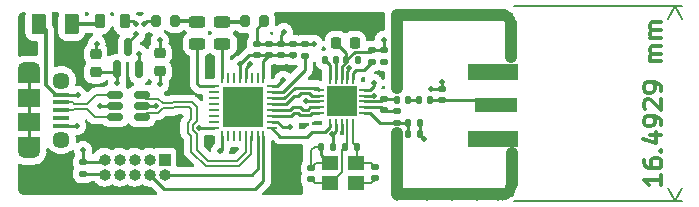
<source format=gtl>
%TF.GenerationSoftware,KiCad,Pcbnew,(6.0.0)*%
%TF.CreationDate,2023-01-11T18:06:36+05:30*%
%TF.ProjectId,STM32+Rf,53544d33-322b-4526-962e-6b696361645f,rev?*%
%TF.SameCoordinates,Original*%
%TF.FileFunction,Copper,L1,Top*%
%TF.FilePolarity,Positive*%
%FSLAX46Y46*%
G04 Gerber Fmt 4.6, Leading zero omitted, Abs format (unit mm)*
G04 Created by KiCad (PCBNEW (6.0.0)) date 2023-01-11 18:06:36*
%MOMM*%
%LPD*%
G01*
G04 APERTURE LIST*
G04 Aperture macros list*
%AMRoundRect*
0 Rectangle with rounded corners*
0 $1 Rounding radius*
0 $2 $3 $4 $5 $6 $7 $8 $9 X,Y pos of 4 corners*
0 Add a 4 corners polygon primitive as box body*
4,1,4,$2,$3,$4,$5,$6,$7,$8,$9,$2,$3,0*
0 Add four circle primitives for the rounded corners*
1,1,$1+$1,$2,$3*
1,1,$1+$1,$4,$5*
1,1,$1+$1,$6,$7*
1,1,$1+$1,$8,$9*
0 Add four rect primitives between the rounded corners*
20,1,$1+$1,$2,$3,$4,$5,0*
20,1,$1+$1,$4,$5,$6,$7,0*
20,1,$1+$1,$6,$7,$8,$9,0*
20,1,$1+$1,$8,$9,$2,$3,0*%
G04 Aperture macros list end*
%ADD10C,0.300000*%
%TA.AperFunction,NonConductor*%
%ADD11C,0.300000*%
%TD*%
%TA.AperFunction,NonConductor*%
%ADD12C,0.200000*%
%TD*%
%TA.AperFunction,NonConductor*%
%ADD13C,1.000000*%
%TD*%
%TA.AperFunction,SMDPad,CuDef*%
%ADD14RoundRect,0.062500X-0.062500X0.375000X-0.062500X-0.375000X0.062500X-0.375000X0.062500X0.375000X0*%
%TD*%
%TA.AperFunction,SMDPad,CuDef*%
%ADD15RoundRect,0.062500X-0.375000X0.062500X-0.375000X-0.062500X0.375000X-0.062500X0.375000X0.062500X0*%
%TD*%
%TA.AperFunction,SMDPad,CuDef*%
%ADD16R,3.450000X3.450000*%
%TD*%
%TA.AperFunction,SMDPad,CuDef*%
%ADD17R,1.400000X1.200000*%
%TD*%
%TA.AperFunction,SMDPad,CuDef*%
%ADD18RoundRect,0.150000X0.150000X-0.587500X0.150000X0.587500X-0.150000X0.587500X-0.150000X-0.587500X0*%
%TD*%
%TA.AperFunction,SMDPad,CuDef*%
%ADD19RoundRect,0.150000X0.512500X0.150000X-0.512500X0.150000X-0.512500X-0.150000X0.512500X-0.150000X0*%
%TD*%
%TA.AperFunction,SMDPad,CuDef*%
%ADD20RoundRect,0.062500X-0.350000X-0.062500X0.350000X-0.062500X0.350000X0.062500X-0.350000X0.062500X0*%
%TD*%
%TA.AperFunction,SMDPad,CuDef*%
%ADD21RoundRect,0.062500X-0.062500X-0.350000X0.062500X-0.350000X0.062500X0.350000X-0.062500X0.350000X0*%
%TD*%
%TA.AperFunction,SMDPad,CuDef*%
%ADD22R,2.500000X2.500000*%
%TD*%
%TA.AperFunction,SMDPad,CuDef*%
%ADD23RoundRect,0.200000X-0.200000X-0.275000X0.200000X-0.275000X0.200000X0.275000X-0.200000X0.275000X0*%
%TD*%
%TA.AperFunction,SMDPad,CuDef*%
%ADD24RoundRect,0.200000X0.200000X0.275000X-0.200000X0.275000X-0.200000X-0.275000X0.200000X-0.275000X0*%
%TD*%
%TA.AperFunction,SMDPad,CuDef*%
%ADD25RoundRect,0.135000X0.185000X-0.135000X0.185000X0.135000X-0.185000X0.135000X-0.185000X-0.135000X0*%
%TD*%
%TA.AperFunction,SMDPad,CuDef*%
%ADD26RoundRect,0.135000X0.135000X0.185000X-0.135000X0.185000X-0.135000X-0.185000X0.135000X-0.185000X0*%
%TD*%
%TA.AperFunction,SMDPad,CuDef*%
%ADD27RoundRect,0.147500X0.172500X-0.147500X0.172500X0.147500X-0.172500X0.147500X-0.172500X-0.147500X0*%
%TD*%
%TA.AperFunction,SMDPad,CuDef*%
%ADD28RoundRect,0.147500X-0.147500X-0.172500X0.147500X-0.172500X0.147500X0.172500X-0.147500X0.172500X0*%
%TD*%
%TA.AperFunction,SMDPad,CuDef*%
%ADD29RoundRect,0.147500X-0.172500X0.147500X-0.172500X-0.147500X0.172500X-0.147500X0.172500X0.147500X0*%
%TD*%
%TA.AperFunction,ComponentPad*%
%ADD30R,1.000000X1.000000*%
%TD*%
%TA.AperFunction,ComponentPad*%
%ADD31O,1.000000X1.000000*%
%TD*%
%TA.AperFunction,SMDPad,CuDef*%
%ADD32R,4.200000X1.350000*%
%TD*%
%TA.AperFunction,SMDPad,CuDef*%
%ADD33R,3.600000X1.270000*%
%TD*%
%TA.AperFunction,SMDPad,CuDef*%
%ADD34R,1.900000X1.500000*%
%TD*%
%TA.AperFunction,ComponentPad*%
%ADD35C,1.450000*%
%TD*%
%TA.AperFunction,SMDPad,CuDef*%
%ADD36R,1.350000X0.400000*%
%TD*%
%TA.AperFunction,ComponentPad*%
%ADD37O,1.900000X1.200000*%
%TD*%
%TA.AperFunction,SMDPad,CuDef*%
%ADD38R,1.900000X1.200000*%
%TD*%
%TA.AperFunction,SMDPad,CuDef*%
%ADD39RoundRect,0.218750X-0.218750X-0.381250X0.218750X-0.381250X0.218750X0.381250X-0.218750X0.381250X0*%
%TD*%
%TA.AperFunction,SMDPad,CuDef*%
%ADD40RoundRect,0.250000X-0.375000X-0.625000X0.375000X-0.625000X0.375000X0.625000X-0.375000X0.625000X0*%
%TD*%
%TA.AperFunction,SMDPad,CuDef*%
%ADD41RoundRect,0.243750X-0.456250X0.243750X-0.456250X-0.243750X0.456250X-0.243750X0.456250X0.243750X0*%
%TD*%
%TA.AperFunction,SMDPad,CuDef*%
%ADD42RoundRect,0.140000X0.170000X-0.140000X0.170000X0.140000X-0.170000X0.140000X-0.170000X-0.140000X0*%
%TD*%
%TA.AperFunction,SMDPad,CuDef*%
%ADD43RoundRect,0.225000X-0.250000X0.225000X-0.250000X-0.225000X0.250000X-0.225000X0.250000X0.225000X0*%
%TD*%
%TA.AperFunction,SMDPad,CuDef*%
%ADD44RoundRect,0.140000X-0.170000X0.140000X-0.170000X-0.140000X0.170000X-0.140000X0.170000X0.140000X0*%
%TD*%
%TA.AperFunction,SMDPad,CuDef*%
%ADD45RoundRect,0.140000X-0.140000X-0.170000X0.140000X-0.170000X0.140000X0.170000X-0.140000X0.170000X0*%
%TD*%
%TA.AperFunction,SMDPad,CuDef*%
%ADD46RoundRect,0.140000X0.140000X0.170000X-0.140000X0.170000X-0.140000X-0.170000X0.140000X-0.170000X0*%
%TD*%
%TA.AperFunction,SMDPad,CuDef*%
%ADD47RoundRect,0.225000X-0.225000X-0.250000X0.225000X-0.250000X0.225000X0.250000X-0.225000X0.250000X0*%
%TD*%
%TA.AperFunction,ViaPad*%
%ADD48C,0.500000*%
%TD*%
%TA.AperFunction,ViaPad*%
%ADD49C,0.800000*%
%TD*%
%TA.AperFunction,ViaPad*%
%ADD50C,0.400000*%
%TD*%
%TA.AperFunction,Conductor*%
%ADD51C,0.250000*%
%TD*%
%TA.AperFunction,Conductor*%
%ADD52C,0.200000*%
%TD*%
%TA.AperFunction,Conductor*%
%ADD53C,0.350000*%
%TD*%
G04 APERTURE END LIST*
D10*
D11*
X173978571Y-127324981D02*
X173978571Y-128182124D01*
X173978571Y-127753553D02*
X172478571Y-127753553D01*
X172692857Y-127896410D01*
X172835714Y-128039267D01*
X172907142Y-128182124D01*
X172478571Y-126039267D02*
X172478571Y-126324981D01*
X172550000Y-126467838D01*
X172621428Y-126539267D01*
X172835714Y-126682124D01*
X173121428Y-126753553D01*
X173692857Y-126753553D01*
X173835714Y-126682124D01*
X173907142Y-126610695D01*
X173978571Y-126467838D01*
X173978571Y-126182124D01*
X173907142Y-126039267D01*
X173835714Y-125967838D01*
X173692857Y-125896410D01*
X173335714Y-125896410D01*
X173192857Y-125967838D01*
X173121428Y-126039267D01*
X173050000Y-126182124D01*
X173050000Y-126467838D01*
X173121428Y-126610695D01*
X173192857Y-126682124D01*
X173335714Y-126753553D01*
X173835714Y-125253553D02*
X173907142Y-125182124D01*
X173978571Y-125253553D01*
X173907142Y-125324981D01*
X173835714Y-125253553D01*
X173978571Y-125253553D01*
X172978571Y-123896410D02*
X173978571Y-123896410D01*
X172407142Y-124253553D02*
X173478571Y-124610695D01*
X173478571Y-123682124D01*
X173978571Y-123039267D02*
X173978571Y-122753553D01*
X173907142Y-122610695D01*
X173835714Y-122539267D01*
X173621428Y-122396410D01*
X173335714Y-122324981D01*
X172764285Y-122324981D01*
X172621428Y-122396410D01*
X172550000Y-122467838D01*
X172478571Y-122610695D01*
X172478571Y-122896410D01*
X172550000Y-123039267D01*
X172621428Y-123110695D01*
X172764285Y-123182124D01*
X173121428Y-123182124D01*
X173264285Y-123110695D01*
X173335714Y-123039267D01*
X173407142Y-122896410D01*
X173407142Y-122610695D01*
X173335714Y-122467838D01*
X173264285Y-122396410D01*
X173121428Y-122324981D01*
X172621428Y-121753553D02*
X172550000Y-121682124D01*
X172478571Y-121539267D01*
X172478571Y-121182124D01*
X172550000Y-121039267D01*
X172621428Y-120967838D01*
X172764285Y-120896410D01*
X172907142Y-120896410D01*
X173121428Y-120967838D01*
X173978571Y-121824981D01*
X173978571Y-120896410D01*
X173978571Y-120182124D02*
X173978571Y-119896410D01*
X173907142Y-119753553D01*
X173835714Y-119682124D01*
X173621428Y-119539267D01*
X173335714Y-119467838D01*
X172764285Y-119467838D01*
X172621428Y-119539267D01*
X172550000Y-119610695D01*
X172478571Y-119753553D01*
X172478571Y-120039267D01*
X172550000Y-120182124D01*
X172621428Y-120253553D01*
X172764285Y-120324981D01*
X173121428Y-120324981D01*
X173264285Y-120253553D01*
X173335714Y-120182124D01*
X173407142Y-120039267D01*
X173407142Y-119753553D01*
X173335714Y-119610695D01*
X173264285Y-119539267D01*
X173121428Y-119467838D01*
X173978571Y-117682124D02*
X172978571Y-117682124D01*
X173121428Y-117682124D02*
X173050000Y-117610695D01*
X172978571Y-117467838D01*
X172978571Y-117253553D01*
X173050000Y-117110695D01*
X173192857Y-117039267D01*
X173978571Y-117039267D01*
X173192857Y-117039267D02*
X173050000Y-116967838D01*
X172978571Y-116824981D01*
X172978571Y-116610695D01*
X173050000Y-116467838D01*
X173192857Y-116396410D01*
X173978571Y-116396410D01*
X173978571Y-115682124D02*
X172978571Y-115682124D01*
X173121428Y-115682124D02*
X173050000Y-115610695D01*
X172978571Y-115467838D01*
X172978571Y-115253553D01*
X173050000Y-115110695D01*
X173192857Y-115039267D01*
X173978571Y-115039267D01*
X173192857Y-115039267D02*
X173050000Y-114967838D01*
X172978571Y-114824981D01*
X172978571Y-114610695D01*
X173050000Y-114467838D01*
X173192857Y-114396410D01*
X173978571Y-114396410D01*
D12*
X161492893Y-113007107D02*
X175686420Y-113007107D01*
X161492893Y-129500000D02*
X175686420Y-129500000D01*
X175100000Y-113007107D02*
X175100000Y-113139267D01*
X175100000Y-129367838D02*
X175100000Y-129500000D01*
X175100000Y-113007107D02*
X174513579Y-114133611D01*
X175100000Y-113007107D02*
X175686421Y-114133611D01*
X175100000Y-129500000D02*
X175686421Y-128373496D01*
X175100000Y-129500000D02*
X174513579Y-128373496D01*
D13*
X161300000Y-125425000D02*
X161300000Y-128075000D01*
X160519670Y-128969671D02*
G75*
G03*
X161269670Y-128219671I-2J750002D01*
G01*
X161250000Y-114700000D02*
X161250000Y-117350000D01*
X161249998Y-114500000D02*
G75*
G03*
X160500000Y-113750000I-749998J2D01*
G01*
X151575000Y-113750000D02*
X160625000Y-113750000D01*
X151550000Y-113750000D02*
X151550000Y-119950000D01*
X151650000Y-128950000D02*
X160700000Y-128950000D01*
X151600000Y-123750000D02*
X151600000Y-128950000D01*
D14*
%TO.P,U4,1,VDD*%
%TO.N,3.3V_Out*%
X140281600Y-119126900D03*
%TO.P,U4,2,PC14*%
%TO.N,unconnected-(U4-Pad2)*%
X139781600Y-119126900D03*
%TO.P,U4,3,PC15*%
%TO.N,unconnected-(U4-Pad3)*%
X139281600Y-119126900D03*
%TO.P,U4,4,NRST*%
%TO.N,NRST*%
X138781600Y-119126900D03*
%TO.P,U4,5,VDDA*%
%TO.N,3.3V_Out*%
X138281600Y-119126900D03*
%TO.P,U4,6,PA0*%
%TO.N,unconnected-(U4-Pad6)*%
X137781600Y-119126900D03*
%TO.P,U4,7,PA1*%
%TO.N,unconnected-(U4-Pad7)*%
X137281600Y-119126900D03*
%TO.P,U4,8,PA2*%
%TO.N,Net-(D2-Pad2)*%
X136781600Y-119126900D03*
D15*
%TO.P,U4,9,PA3*%
%TO.N,Net-(D1-Pad2)*%
X136094100Y-119814400D03*
%TO.P,U4,10,PA4*%
%TO.N,unconnected-(U4-Pad10)*%
X136094100Y-120314400D03*
%TO.P,U4,11,PA5*%
%TO.N,unconnected-(U4-Pad11)*%
X136094100Y-120814400D03*
%TO.P,U4,12,PA6*%
%TO.N,unconnected-(U4-Pad12)*%
X136094100Y-121314400D03*
%TO.P,U4,13,PA7*%
%TO.N,unconnected-(U4-Pad13)*%
X136094100Y-121814400D03*
%TO.P,U4,14,PB0*%
%TO.N,unconnected-(U4-Pad14)*%
X136094100Y-122314400D03*
%TO.P,U4,15,PB1*%
%TO.N,unconnected-(U4-Pad15)*%
X136094100Y-122814400D03*
%TO.P,U4,16,VSS*%
%TO.N,GND*%
X136094100Y-123314400D03*
D14*
%TO.P,U4,17,VDD*%
%TO.N,3.3V_Out*%
X136781600Y-124001900D03*
%TO.P,U4,18,PA8*%
%TO.N,unconnected-(U4-Pad18)*%
X137281600Y-124001900D03*
%TO.P,U4,19,PA9*%
%TO.N,unconnected-(U4-Pad19)*%
X137781600Y-124001900D03*
%TO.P,U4,20,PA10*%
%TO.N,unconnected-(U4-Pad20)*%
X138281600Y-124001900D03*
%TO.P,U4,21,PA11*%
%TO.N,USB_D-*%
X138781600Y-124001900D03*
%TO.P,U4,22,PA12*%
%TO.N,USB_D+*%
X139281600Y-124001900D03*
%TO.P,U4,23,PA13*%
%TO.N,SWDIO*%
X139781600Y-124001900D03*
%TO.P,U4,24,PA14*%
%TO.N,SWCLK*%
X140281600Y-124001900D03*
D15*
%TO.P,U4,25,PA15*%
%TO.N,NRF_IRQ*%
X140969100Y-123314400D03*
%TO.P,U4,26,PB3*%
%TO.N,SPI3_SCK*%
X140969100Y-122814400D03*
%TO.P,U4,27,PB4*%
%TO.N,SPI3_MISO*%
X140969100Y-122314400D03*
%TO.P,U4,28,PB5*%
%TO.N,SPI3_MOSI*%
X140969100Y-121814400D03*
%TO.P,U4,29,PB6*%
%TO.N,SPI3_!CS*%
X140969100Y-121314400D03*
%TO.P,U4,30,PB7*%
%TO.N,NRF_CE*%
X140969100Y-120814400D03*
%TO.P,U4,31,PH3*%
%TO.N,Net-(R3-Pad1)*%
X140969100Y-120314400D03*
%TO.P,U4,32,VSS*%
%TO.N,GND*%
X140969100Y-119814400D03*
D16*
%TO.P,U4,33,VSS*%
X138531600Y-121564400D03*
%TD*%
D17*
%TO.P,Y1,1,1*%
%TO.N,NRF_XC1*%
X148100000Y-126300000D03*
%TO.P,Y1,2,2*%
%TO.N,GND*%
X145900000Y-126300000D03*
%TO.P,Y1,3,3*%
%TO.N,NRF_XC2*%
X145900000Y-128000000D03*
%TO.P,Y1,4,4*%
%TO.N,GND*%
X148100000Y-128000000D03*
%TD*%
D18*
%TO.P,U3,1,GND*%
%TO.N,GND*%
X127843200Y-118350400D03*
%TO.P,U3,2,VO*%
%TO.N,3.3V_Out*%
X129743200Y-118350400D03*
%TO.P,U3,3,VI*%
%TO.N,Net-(C11-Pad1)*%
X128793200Y-116475400D03*
%TD*%
D19*
%TO.P,U2,1,I/O1*%
%TO.N,USB_D+*%
X129975000Y-122400000D03*
%TO.P,U2,2,GND*%
%TO.N,GND*%
X129975000Y-121450000D03*
%TO.P,U2,3,I/O2*%
%TO.N,USB_D-*%
X129975000Y-120500000D03*
%TO.P,U2,4,I/O2*%
%TO.N,USB_ESD_D-*%
X127700000Y-120500000D03*
%TO.P,U2,5,VBUS*%
%TO.N,5V_USB*%
X127700000Y-121450000D03*
%TO.P,U2,6,I/O1*%
%TO.N,USB_ESD_D+*%
X127700000Y-122400000D03*
%TD*%
D20*
%TO.P,U1,1,CE*%
%TO.N,NRF_CE*%
X144950700Y-120081800D03*
%TO.P,U1,2,CSN*%
%TO.N,SPI3_!CS*%
X144950700Y-120581800D03*
%TO.P,U1,3,SCK*%
%TO.N,SPI3_SCK*%
X144950700Y-121081800D03*
%TO.P,U1,4,MOSI*%
%TO.N,SPI3_MOSI*%
X144950700Y-121581800D03*
%TO.P,U1,5,MISO*%
%TO.N,SPI3_MISO*%
X144950700Y-122081800D03*
D21*
%TO.P,U1,6,IRQ*%
%TO.N,NRF_IRQ*%
X145888200Y-123019300D03*
%TO.P,U1,7,VDD*%
%TO.N,3.3V_Out*%
X146388200Y-123019300D03*
%TO.P,U1,8,VSS*%
%TO.N,GND*%
X146888200Y-123019300D03*
%TO.P,U1,9,XC2*%
%TO.N,NRF_XC2*%
X147388200Y-123019300D03*
%TO.P,U1,10,XC1*%
%TO.N,NRF_XC1*%
X147888200Y-123019300D03*
D20*
%TO.P,U1,11,VDD_PA*%
%TO.N,NRF_VDD_PA*%
X148825700Y-122081800D03*
%TO.P,U1,12,ANT1*%
%TO.N,NRF_ANT1*%
X148825700Y-121581800D03*
%TO.P,U1,13,ANT2*%
%TO.N,NRF_ANT2*%
X148825700Y-121081800D03*
%TO.P,U1,14,VSS*%
%TO.N,GND*%
X148825700Y-120581800D03*
%TO.P,U1,15,VDD*%
%TO.N,3.3V_Out*%
X148825700Y-120081800D03*
D21*
%TO.P,U1,16,IREF*%
%TO.N,Net-(R1-Pad1)*%
X147888200Y-119144300D03*
%TO.P,U1,17,VSS*%
%TO.N,GND*%
X147388200Y-119144300D03*
%TO.P,U1,18,VDD*%
%TO.N,3.3V_Out*%
X146888200Y-119144300D03*
%TO.P,U1,19,DVDD*%
%TO.N,Net-(C1-Pad1)*%
X146388200Y-119144300D03*
%TO.P,U1,20,VSS*%
%TO.N,GND*%
X145888200Y-119144300D03*
D22*
%TO.P,U1,21*%
%TO.N,N/C*%
X146888200Y-121081800D03*
%TD*%
D23*
%TO.P,R5,1*%
%TO.N,Net-(D2-Pad1)*%
X138684000Y-114311800D03*
%TO.P,R5,2*%
%TO.N,GND*%
X140334000Y-114311800D03*
%TD*%
D24*
%TO.P,R4,1*%
%TO.N,Net-(D1-Pad1)*%
X132791200Y-114286400D03*
%TO.P,R4,2*%
%TO.N,GND*%
X131141200Y-114286400D03*
%TD*%
D25*
%TO.P,R3,1*%
%TO.N,Net-(R3-Pad1)*%
X143800000Y-117220000D03*
%TO.P,R3,2*%
%TO.N,GND*%
X143800000Y-116200000D03*
%TD*%
D26*
%TO.P,R2,1*%
%TO.N,NRF_XC1*%
X148170000Y-124900000D03*
%TO.P,R2,2*%
%TO.N,NRF_XC2*%
X147150000Y-124900000D03*
%TD*%
D25*
%TO.P,R1,1*%
%TO.N,Net-(R1-Pad1)*%
X149500000Y-117731000D03*
%TO.P,R1,2*%
%TO.N,3.3V_Out*%
X149500000Y-116711000D03*
%TD*%
D27*
%TO.P,L3,1*%
%TO.N,NRF_VDD_PA*%
X151600000Y-122885000D03*
%TO.P,L3,2*%
%TO.N,NRF_ANT1*%
X151600000Y-121915000D03*
%TD*%
D28*
%TO.P,L2,1*%
%TO.N,NRF_ANT2*%
X151550000Y-120950000D03*
%TO.P,L2,2*%
%TO.N,Net-(C10-Pad1)*%
X152520000Y-120950000D03*
%TD*%
D29*
%TO.P,L1,1*%
%TO.N,NRF_ANT2*%
X150500000Y-120850000D03*
%TO.P,L1,2*%
%TO.N,NRF_ANT1*%
X150500000Y-121820000D03*
%TD*%
D30*
%TO.P,J3,1,Pin_1*%
%TO.N,3.3V_Out*%
X131900000Y-126000000D03*
D31*
%TO.P,J3,2,Pin_2*%
%TO.N,SWDIO*%
X131900000Y-127270000D03*
%TO.P,J3,3,Pin_3*%
%TO.N,GND*%
X130630000Y-126000000D03*
%TO.P,J3,4,Pin_4*%
%TO.N,SWCLK*%
X130630000Y-127270000D03*
%TO.P,J3,5,Pin_5*%
%TO.N,GND*%
X129360000Y-126000000D03*
%TO.P,J3,6,Pin_6*%
%TO.N,unconnected-(J3-Pad6)*%
X129360000Y-127270000D03*
%TO.P,J3,7,Pin_7*%
%TO.N,unconnected-(J3-Pad7)*%
X128090000Y-126000000D03*
%TO.P,J3,8,Pin_8*%
%TO.N,unconnected-(J3-Pad8)*%
X128090000Y-127270000D03*
%TO.P,J3,9,Pin_9*%
%TO.N,GND*%
X126820000Y-126000000D03*
%TO.P,J3,10,Pin_10*%
%TO.N,NRST*%
X126820000Y-127270000D03*
%TD*%
D32*
%TO.P,J2,2,Ext*%
%TO.N,GND*%
X159750000Y-124225000D03*
X159750000Y-118575000D03*
D33*
%TO.P,J2,1,In*%
%TO.N,Net-(C10-Pad2)*%
X159950000Y-121400000D03*
%TD*%
D34*
%TO.P,J1,6,Shield*%
%TO.N,unconnected-(J1-Pad6)*%
X120450000Y-122818400D03*
D35*
X123150000Y-119318400D03*
D36*
%TO.P,J1,2,D-*%
%TO.N,USB_ESD_D-*%
X123150000Y-121168400D03*
%TO.P,J1,1,VBUS*%
%TO.N,5V_USB*%
X123150000Y-120518400D03*
%TO.P,J1,5,GND*%
%TO.N,GND*%
X123150000Y-123118400D03*
%TO.P,J1,4,ID*%
%TO.N,unconnected-(J1-Pad4)*%
X123150000Y-122468400D03*
%TO.P,J1,3,D+*%
%TO.N,USB_ESD_D+*%
X123150000Y-121818400D03*
D35*
%TO.P,J1,6,Shield*%
%TO.N,unconnected-(J1-Pad6)*%
X123150000Y-124318400D03*
D34*
X120450000Y-120818400D03*
D37*
X120450000Y-118318400D03*
X120450000Y-125318400D03*
D38*
X120450000Y-124718400D03*
X120450000Y-118918400D03*
%TD*%
D39*
%TO.P,FB1,1*%
%TO.N,Net-(F1-Pad2)*%
X126399000Y-114286400D03*
%TO.P,FB1,2*%
%TO.N,Net-(C11-Pad1)*%
X128524000Y-114286400D03*
%TD*%
D40*
%TO.P,F1,1*%
%TO.N,5V_USB*%
X121253600Y-114565800D03*
%TO.P,F1,2*%
%TO.N,Net-(F1-Pad2)*%
X124053600Y-114565800D03*
%TD*%
D41*
%TO.P,D2,1,K*%
%TO.N,Net-(D2-Pad1)*%
X136804400Y-114337200D03*
%TO.P,D2,2,A*%
%TO.N,Net-(D2-Pad2)*%
X136804400Y-116212200D03*
%TD*%
%TO.P,D1,1,K*%
%TO.N,Net-(D1-Pad1)*%
X134670800Y-114316400D03*
%TO.P,D1,2,A*%
%TO.N,Net-(D1-Pad2)*%
X134670800Y-116191400D03*
%TD*%
D42*
%TO.P,C18,1*%
%TO.N,NRST*%
X125006600Y-127204000D03*
%TO.P,C18,2*%
%TO.N,GND*%
X125006600Y-126244000D03*
%TD*%
%TO.P,C17,1*%
%TO.N,3.3V_Out*%
X142748000Y-117180000D03*
%TO.P,C17,2*%
%TO.N,GND*%
X142748000Y-116220000D03*
%TD*%
%TO.P,C16,1*%
%TO.N,3.3V_Out*%
X141732000Y-117180000D03*
%TO.P,C16,2*%
%TO.N,GND*%
X141732000Y-116220000D03*
%TD*%
%TO.P,C15,1*%
%TO.N,3.3V_Out*%
X140716000Y-117180000D03*
%TO.P,C15,2*%
%TO.N,GND*%
X140716000Y-116220000D03*
%TD*%
%TO.P,C14,1*%
%TO.N,3.3V_Out*%
X139700000Y-117180000D03*
%TO.P,C14,2*%
%TO.N,GND*%
X139700000Y-116220000D03*
%TD*%
D43*
%TO.P,C13,1*%
%TO.N,3.3V_Out*%
X131521200Y-116991200D03*
%TO.P,C13,2*%
%TO.N,GND*%
X131521200Y-118541200D03*
%TD*%
D44*
%TO.P,C12,1*%
%TO.N,GND*%
X155400000Y-120040000D03*
%TO.P,C12,2*%
%TO.N,Net-(C10-Pad2)*%
X155400000Y-121000000D03*
%TD*%
D43*
%TO.P,C11,1*%
%TO.N,Net-(C11-Pad1)*%
X126085600Y-117054400D03*
%TO.P,C11,2*%
%TO.N,GND*%
X126085600Y-118604400D03*
%TD*%
D45*
%TO.P,C10,1*%
%TO.N,Net-(C10-Pad1)*%
X153450000Y-120950000D03*
%TO.P,C10,2*%
%TO.N,Net-(C10-Pad2)*%
X154410000Y-120950000D03*
%TD*%
D46*
%TO.P,C9,1*%
%TO.N,GND*%
X153510000Y-123850000D03*
%TO.P,C9,2*%
%TO.N,NRF_VDD_PA*%
X152550000Y-123850000D03*
%TD*%
D42*
%TO.P,C8,1*%
%TO.N,NRF_XC2*%
X144300000Y-127660000D03*
%TO.P,C8,2*%
%TO.N,GND*%
X144300000Y-126700000D03*
%TD*%
D46*
%TO.P,C7,1*%
%TO.N,GND*%
X153510000Y-122900000D03*
%TO.P,C7,2*%
%TO.N,NRF_VDD_PA*%
X152550000Y-122900000D03*
%TD*%
D44*
%TO.P,C6,1*%
%TO.N,NRF_XC1*%
X149700000Y-126640000D03*
%TO.P,C6,2*%
%TO.N,GND*%
X149700000Y-127600000D03*
%TD*%
%TO.P,C5,1*%
%TO.N,3.3V_Out*%
X150500000Y-116740000D03*
%TO.P,C5,2*%
%TO.N,GND*%
X150500000Y-117700000D03*
%TD*%
D46*
%TO.P,C4,1*%
%TO.N,3.3V_Out*%
X146150000Y-124900000D03*
%TO.P,C4,2*%
%TO.N,GND*%
X145190000Y-124900000D03*
%TD*%
D45*
%TO.P,C3,1*%
%TO.N,3.3V_Out*%
X147300000Y-117600000D03*
%TO.P,C3,2*%
%TO.N,GND*%
X148260000Y-117600000D03*
%TD*%
D47*
%TO.P,C2,1*%
%TO.N,3.3V_Out*%
X146450000Y-116100000D03*
%TO.P,C2,2*%
%TO.N,GND*%
X148000000Y-116100000D03*
%TD*%
D46*
%TO.P,C1,1*%
%TO.N,Net-(C1-Pad1)*%
X146460000Y-117600000D03*
%TO.P,C1,2*%
%TO.N,GND*%
X145500000Y-117600000D03*
%TD*%
D48*
%TO.N,GND*%
X153900000Y-124250000D03*
X155400000Y-119400000D03*
D49*
X161300000Y-125600000D03*
X161300000Y-127600000D03*
X160100000Y-129050000D03*
X158350000Y-129050000D03*
X156200000Y-129050000D03*
X154100000Y-129050000D03*
X151600000Y-129050000D03*
X151600000Y-127400000D03*
X151600000Y-125650000D03*
X151600000Y-123850000D03*
X161250000Y-117150000D03*
X161250000Y-115500000D03*
X161000000Y-113900000D03*
X159200000Y-113750000D03*
X157600000Y-113750000D03*
X155550000Y-113750000D03*
X153550000Y-113750000D03*
X151550000Y-113750000D03*
X151550000Y-115500000D03*
X151550000Y-117450000D03*
X151550000Y-119300000D03*
D50*
X148100000Y-128000000D03*
D48*
%TO.N,3.3V_Out*%
X146100000Y-123850000D03*
X136600000Y-125300000D03*
%TO.N,NRST*%
X139150000Y-117950000D03*
%TO.N,GND*%
X125000000Y-125200000D03*
X142000000Y-115200000D03*
X141950000Y-119250000D03*
D49*
X138500000Y-122800000D03*
X138500000Y-121600000D03*
X138500000Y-120350000D03*
D48*
%TO.N,3.3V_Out*%
X138300000Y-117950000D03*
X150450000Y-115850000D03*
X149600000Y-119500000D03*
%TO.N,GND*%
X154450000Y-120000000D03*
D49*
X159750000Y-124225000D03*
X159750000Y-118575000D03*
D48*
X149650000Y-120600000D03*
X144550000Y-116200000D03*
%TO.N,3.3V_Out*%
X142750000Y-117200000D03*
X146450000Y-116100000D03*
%TO.N,GND*%
X134850000Y-123300000D03*
X147550000Y-118250000D03*
X145500000Y-117600000D03*
X148050000Y-116100000D03*
X150500000Y-117700000D03*
X148250000Y-117600000D03*
%TO.N,5V_USB*%
X126450000Y-121450000D03*
%TO.N,GND*%
X124500000Y-123150000D03*
%TO.N,5V_USB*%
X124550000Y-120550000D03*
%TO.N,GND*%
X131200000Y-121450000D03*
X131550000Y-119600000D03*
X127900000Y-119550000D03*
X130150000Y-114550000D03*
%TO.N,3.3V_Out*%
X129750000Y-117050000D03*
X131500000Y-115900000D03*
%TO.N,Net-(C11-Pad1)*%
X126150000Y-116200000D03*
X129500000Y-114550000D03*
X129500000Y-115400000D03*
D50*
%TO.N,GND*%
X146888200Y-123761800D03*
X145900000Y-126300000D03*
D48*
%TO.N,SPI3_SCK*%
X142525000Y-123225000D03*
X143850000Y-121050000D03*
%TD*%
D51*
%TO.N,GND*%
X155400000Y-120040000D02*
X155400000Y-119400000D01*
X126576000Y-126244000D02*
X126820000Y-126000000D01*
X125006600Y-126244000D02*
X126576000Y-126244000D01*
%TO.N,Net-(C1-Pad1)*%
X146388200Y-117671800D02*
X146460000Y-117600000D01*
X146388200Y-119144300D02*
X146388200Y-117671800D01*
%TO.N,GND*%
X127589200Y-118604400D02*
X127843200Y-118350400D01*
X126085600Y-118604400D02*
X127589200Y-118604400D01*
%TO.N,3.3V_Out*%
X136781600Y-124001900D02*
X136781600Y-125168400D01*
X136781600Y-125168400D02*
X136650000Y-125300000D01*
%TO.N,SWCLK*%
X131860000Y-128500000D02*
X130630000Y-127270000D01*
X139600000Y-128500000D02*
X131860000Y-128500000D01*
X140281600Y-127818400D02*
X139600000Y-128500000D01*
X140281600Y-124001900D02*
X140281600Y-127818400D01*
%TO.N,SWDIO*%
X139800000Y-126750000D02*
X139280000Y-127270000D01*
X139800000Y-124020300D02*
X139800000Y-126750000D01*
X139781600Y-124001900D02*
X139800000Y-124020300D01*
X139280000Y-127270000D02*
X131900000Y-127270000D01*
%TO.N,NRST*%
X138781600Y-118280882D02*
X139050000Y-118012482D01*
X138781600Y-119126900D02*
X138781600Y-118280882D01*
%TO.N,GND*%
X125006600Y-125206600D02*
X125000000Y-125200000D01*
X125006600Y-126244000D02*
X125006600Y-125206600D01*
%TO.N,NRST*%
X126754000Y-127204000D02*
X126820000Y-127270000D01*
X125006600Y-127204000D02*
X126754000Y-127204000D01*
D52*
%TO.N,USB_D-*%
X132537610Y-121222384D02*
X131749511Y-121222384D01*
X132634994Y-121125000D02*
X132537610Y-121222384D01*
X134193200Y-121125000D02*
X132634994Y-121125000D01*
X134625000Y-122750489D02*
X134625000Y-121556800D01*
X134622384Y-122750489D02*
X134625000Y-122750489D01*
X134300489Y-123072384D02*
X134622384Y-122750489D01*
X134625000Y-123852127D02*
X134300489Y-123527616D01*
X134625000Y-125156800D02*
X134625000Y-123852127D01*
X134300489Y-123527616D02*
X134300489Y-123072384D01*
X135593200Y-126125000D02*
X134625000Y-125156800D01*
X138056800Y-126125000D02*
X135593200Y-126125000D01*
X134625000Y-121556800D02*
X134193200Y-121125000D01*
X138806599Y-125375201D02*
X138056800Y-126125000D01*
X138806599Y-124026899D02*
X138806599Y-125375201D01*
X138781600Y-124001900D02*
X138806599Y-124026899D01*
%TO.N,USB_D+*%
X132647384Y-121677616D02*
X132750000Y-121575000D01*
X131749511Y-121677616D02*
X132647384Y-121677616D01*
X134006800Y-121575000D02*
X132750000Y-121575000D01*
X134175000Y-122561489D02*
X134175000Y-121743200D01*
X138243200Y-126575000D02*
X135406800Y-126575000D01*
X135406800Y-126575000D02*
X134175000Y-125343200D01*
X134175000Y-124038510D02*
X133850498Y-123714008D01*
X134175000Y-121743200D02*
X134006800Y-121575000D01*
X139256601Y-124026899D02*
X139256601Y-125561599D01*
X133850498Y-123714008D02*
X133850498Y-122885991D01*
X139281600Y-124001900D02*
X139256601Y-124026899D01*
X133850498Y-122885991D02*
X134175000Y-122561489D01*
X139256601Y-125561599D02*
X138243200Y-126575000D01*
X134175000Y-125343200D02*
X134175000Y-124038510D01*
%TO.N,USB_D-*%
X130325480Y-120850480D02*
X131377607Y-120850480D01*
X131749511Y-121222384D02*
X131749511Y-121225000D01*
%TO.N,USB_D+*%
X131377607Y-122049520D02*
X131749511Y-121677616D01*
X130325480Y-122049520D02*
X131377607Y-122049520D01*
%TO.N,USB_D-*%
X131377607Y-120850480D02*
X131749511Y-121222384D01*
%TO.N,USB_D+*%
X129975000Y-122400000D02*
X130325480Y-122049520D01*
X131749511Y-121677616D02*
X131749511Y-121675000D01*
%TO.N,USB_D-*%
X129975000Y-120500000D02*
X130325480Y-120850480D01*
%TO.N,USB_ESD_D+*%
X125999227Y-122400000D02*
X127700000Y-122400000D01*
X125317627Y-121718400D02*
X125999227Y-122400000D01*
%TO.N,USB_ESD_D-*%
X126086027Y-120500000D02*
X127700000Y-120500000D01*
X125317627Y-121268400D02*
X126086027Y-120500000D01*
X124262501Y-121268400D02*
X125317627Y-121268400D01*
X124162501Y-121168400D02*
X124262501Y-121268400D01*
X123150000Y-121168400D02*
X124162501Y-121168400D01*
%TO.N,USB_ESD_D+*%
X124262501Y-121718400D02*
X125317627Y-121718400D01*
X123150000Y-121818400D02*
X124162501Y-121818400D01*
X124162501Y-121818400D02*
X124262501Y-121718400D01*
D51*
%TO.N,GND*%
X141732000Y-116220000D02*
X141732000Y-115468000D01*
X141732000Y-115468000D02*
X142000000Y-115200000D01*
X141385600Y-119814400D02*
X141950000Y-119250000D01*
X140969100Y-119814400D02*
X141385600Y-119814400D01*
%TO.N,3.3V_Out*%
X139070000Y-117180000D02*
X138300000Y-117950000D01*
X139700000Y-117180000D02*
X139070000Y-117180000D01*
X140281600Y-117614400D02*
X140716000Y-117180000D01*
X140281600Y-119126900D02*
X140281600Y-117614400D01*
X138281600Y-117968400D02*
X138300000Y-117950000D01*
X138281600Y-119126900D02*
X138281600Y-117968400D01*
X150500000Y-115900000D02*
X150450000Y-115850000D01*
X150500000Y-116740000D02*
X150500000Y-115900000D01*
X149600000Y-119800000D02*
X149600000Y-119500000D01*
X149318200Y-120081800D02*
X149600000Y-119800000D01*
X148825700Y-120081800D02*
X149318200Y-120081800D01*
%TO.N,GND*%
X155400000Y-120040000D02*
X154490000Y-120040000D01*
X154490000Y-120040000D02*
X154450000Y-120000000D01*
X153510000Y-123850000D02*
X153885000Y-124225000D01*
X149631800Y-120581800D02*
X149650000Y-120600000D01*
X148825700Y-120581800D02*
X149631800Y-120581800D01*
X143800000Y-116200000D02*
X144550000Y-116200000D01*
%TO.N,Net-(R3-Pad1)*%
X141899882Y-120314400D02*
X143800000Y-118414282D01*
X143800000Y-118414282D02*
X143800000Y-117220000D01*
X140969100Y-120314400D02*
X141899882Y-120314400D01*
%TO.N,GND*%
X134864400Y-123314400D02*
X134850000Y-123300000D01*
X136094100Y-123314400D02*
X134864400Y-123314400D01*
%TO.N,Net-(D2-Pad2)*%
X136804400Y-116212200D02*
X136804400Y-119104100D01*
X136804400Y-119104100D02*
X136781600Y-119126900D01*
%TO.N,Net-(D1-Pad2)*%
X134914400Y-119814400D02*
X136094100Y-119814400D01*
X134670800Y-119570800D02*
X134914400Y-119814400D01*
X134670800Y-116191400D02*
X134670800Y-119570800D01*
D53*
%TO.N,Net-(D2-Pad1)*%
X138658600Y-114337200D02*
X138684000Y-114311800D01*
X136804400Y-114337200D02*
X138658600Y-114337200D01*
%TO.N,Net-(D1-Pad1)*%
X134640800Y-114286400D02*
X134670800Y-114316400D01*
X132791200Y-114286400D02*
X134640800Y-114286400D01*
%TO.N,5V_USB*%
X121850000Y-115050000D02*
X121365800Y-114565800D01*
X121850000Y-119693400D02*
X121850000Y-115050000D01*
X122675000Y-120518400D02*
X121850000Y-119693400D01*
X121365800Y-114565800D02*
X121253600Y-114565800D01*
X123150000Y-120518400D02*
X122675000Y-120518400D01*
%TO.N,Net-(F1-Pad2)*%
X126119600Y-114565800D02*
X126399000Y-114286400D01*
X124053600Y-114565800D02*
X126119600Y-114565800D01*
D51*
%TO.N,Net-(C10-Pad2)*%
X155400000Y-121000000D02*
X159550000Y-121000000D01*
X159550000Y-121000000D02*
X159950000Y-121400000D01*
%TO.N,GND*%
X145888200Y-117988200D02*
X145500000Y-117600000D01*
X145888200Y-119144300D02*
X145888200Y-117988200D01*
X147388200Y-118511800D02*
X147550000Y-118350000D01*
X147388200Y-119144300D02*
X147388200Y-118511800D01*
%TO.N,3.3V_Out*%
X146888200Y-118138730D02*
X147300000Y-117726930D01*
X146888200Y-119144300D02*
X146888200Y-118138730D01*
X147300000Y-117726930D02*
X147300000Y-117600000D01*
%TO.N,Net-(R1-Pad1)*%
X147888200Y-118661800D02*
X147888200Y-119144300D01*
X148150000Y-118400000D02*
X147888200Y-118661800D01*
X148831000Y-118400000D02*
X148150000Y-118400000D01*
X149500000Y-117731000D02*
X148831000Y-118400000D01*
%TO.N,3.3V_Out*%
X149311480Y-116899520D02*
X149500000Y-116711000D01*
X147300000Y-117600000D02*
X147300000Y-117593070D01*
X147300000Y-117593070D02*
X147993550Y-116899520D01*
X147993550Y-116899520D02*
X149311480Y-116899520D01*
X147300000Y-116950000D02*
X147300000Y-117600000D01*
X146450000Y-116100000D02*
X147300000Y-116950000D01*
X149500000Y-116711000D02*
X150471000Y-116711000D01*
X150471000Y-116711000D02*
X150500000Y-116740000D01*
%TO.N,GND*%
X139700000Y-114945800D02*
X140334000Y-114311800D01*
X139700000Y-116220000D02*
X139700000Y-114945800D01*
%TO.N,3.3V_Out*%
X139700000Y-117180000D02*
X142748000Y-117180000D01*
%TO.N,GND*%
X139700000Y-116220000D02*
X143780000Y-116220000D01*
X143780000Y-116220000D02*
X143800000Y-116200000D01*
%TO.N,Net-(C11-Pad1)*%
X126085600Y-116264400D02*
X126150000Y-116200000D01*
X126085600Y-117054400D02*
X126085600Y-116264400D01*
%TO.N,GND*%
X127843200Y-119493200D02*
X127900000Y-119550000D01*
X127843200Y-118350400D02*
X127843200Y-119493200D01*
X129975000Y-121450000D02*
X131200000Y-121450000D01*
%TO.N,Net-(C11-Pad1)*%
X129236400Y-114286400D02*
X129500000Y-114550000D01*
X128524000Y-114286400D02*
X129236400Y-114286400D01*
X128793200Y-116106800D02*
X129500000Y-115400000D01*
X128793200Y-116475400D02*
X128793200Y-116106800D01*
%TO.N,3.3V_Out*%
X129743200Y-117056800D02*
X129750000Y-117050000D01*
X129743200Y-118350400D02*
X129743200Y-117056800D01*
%TO.N,GND*%
X131521200Y-119571200D02*
X131550000Y-119600000D01*
X131521200Y-118541200D02*
X131521200Y-119571200D01*
%TO.N,3.3V_Out*%
X131521200Y-115921200D02*
X131500000Y-115900000D01*
X131521200Y-116991200D02*
X131521200Y-115921200D01*
%TO.N,GND*%
X130413600Y-114286400D02*
X130150000Y-114550000D01*
X131141200Y-114286400D02*
X130413600Y-114286400D01*
%TO.N,5V_USB*%
X127700000Y-121450000D02*
X126450000Y-121450000D01*
%TO.N,GND*%
X124468400Y-123118400D02*
X124500000Y-123150000D01*
X123150000Y-123118400D02*
X124468400Y-123118400D01*
%TO.N,5V_USB*%
X124518400Y-120518400D02*
X124550000Y-120550000D01*
X123150000Y-120518400D02*
X124518400Y-120518400D01*
D52*
%TO.N,USB_ESD_D+*%
X127500000Y-122550000D02*
X127700000Y-122350000D01*
%TO.N,USB_ESD_D-*%
X127650000Y-120400000D02*
X127700000Y-120450000D01*
D51*
%TO.N,unconnected-(J1-Pad6)*%
X120450000Y-120818400D02*
X120450000Y-124718400D01*
X120450000Y-120818400D02*
X120450000Y-118918400D01*
%TO.N,NRF_ANT1*%
X148825700Y-121581800D02*
X150261800Y-121581800D01*
X150261800Y-121581800D02*
X150500000Y-121820000D01*
%TO.N,NRF_ANT2*%
X150268200Y-121081800D02*
X150500000Y-120850000D01*
X148825700Y-121081800D02*
X150268200Y-121081800D01*
%TO.N,GND*%
X146888200Y-123019300D02*
X146888200Y-123761800D01*
X145190000Y-125590000D02*
X145900000Y-126300000D01*
X145190000Y-124900000D02*
X145190000Y-125590000D01*
%TO.N,3.3V_Out*%
X146388200Y-123580822D02*
X146388200Y-123019300D01*
X146219022Y-123750000D02*
X146388200Y-123580822D01*
X146150000Y-124900000D02*
X146150000Y-123750000D01*
X146150000Y-123750000D02*
X146219022Y-123750000D01*
D52*
%TO.N,NRF_XC1*%
X148170000Y-126230000D02*
X148100000Y-126300000D01*
X148170000Y-124900000D02*
X148170000Y-126230000D01*
X147888200Y-124618200D02*
X148170000Y-124900000D01*
X147888200Y-123019300D02*
X147888200Y-124618200D01*
%TO.N,NRF_XC2*%
X147388200Y-124661800D02*
X147388200Y-123019300D01*
X147150000Y-124900000D02*
X147388200Y-124661800D01*
X146950000Y-125100000D02*
X147150000Y-124900000D01*
X146950000Y-127050000D02*
X146950000Y-125100000D01*
%TO.N,GND*%
X144600000Y-124900000D02*
X145190000Y-124900000D01*
X144300000Y-126700000D02*
X144300000Y-125200000D01*
X144300000Y-125200000D02*
X144600000Y-124900000D01*
D51*
%TO.N,SPI3_SCK*%
X144950700Y-121081800D02*
X143881800Y-121081800D01*
%TO.N,NRF_CE*%
X144769380Y-119900480D02*
X144950700Y-120081800D01*
X142949520Y-119900480D02*
X144769380Y-119900480D01*
X140969100Y-120814400D02*
X142035600Y-120814400D01*
X142035600Y-120814400D02*
X142949520Y-119900480D01*
%TO.N,SPI3_!CS*%
X144381800Y-120581800D02*
X144950700Y-120581800D01*
X143450000Y-120350000D02*
X144150000Y-120350000D01*
X142171318Y-121314400D02*
X142903918Y-120581800D01*
X143218200Y-120581800D02*
X143450000Y-120350000D01*
X144150000Y-120350000D02*
X144381800Y-120581800D01*
X140969100Y-121314400D02*
X142171318Y-121314400D01*
X142903918Y-120581800D02*
X143218200Y-120581800D01*
%TO.N,SPI3_MOSI*%
X144232482Y-121581800D02*
X144950700Y-121581800D01*
X144013802Y-121800480D02*
X144232482Y-121581800D01*
X143586198Y-121800480D02*
X144013802Y-121800480D01*
X143335718Y-121550000D02*
X143586198Y-121800480D01*
X142485600Y-121814400D02*
X142750000Y-121550000D01*
X142750000Y-121550000D02*
X143335718Y-121550000D01*
X140969100Y-121814400D02*
X142485600Y-121814400D01*
%TO.N,SPI3_MISO*%
X144368200Y-122081800D02*
X144950700Y-122081800D01*
X144200000Y-122250000D02*
X144368200Y-122081800D01*
X143400000Y-122250000D02*
X144200000Y-122250000D01*
X143231800Y-122081800D02*
X143400000Y-122250000D01*
X142868200Y-122081800D02*
X143231800Y-122081800D01*
X142635600Y-122314400D02*
X142868200Y-122081800D01*
X140969100Y-122314400D02*
X142635600Y-122314400D01*
%TO.N,NRF_IRQ*%
X145450000Y-123700000D02*
X145888200Y-123261800D01*
X144000000Y-124050000D02*
X144350000Y-123700000D01*
X144350000Y-123700000D02*
X145450000Y-123700000D01*
X145888200Y-123261800D02*
X145888200Y-123019300D01*
X141704700Y-124050000D02*
X144000000Y-124050000D01*
X140969100Y-123314400D02*
X141704700Y-124050000D01*
D52*
%TO.N,GND*%
X144300000Y-126700000D02*
X144700000Y-126300000D01*
X144700000Y-126300000D02*
X145900000Y-126300000D01*
%TO.N,NRF_XC2*%
X144600000Y-128000000D02*
X145900000Y-128000000D01*
X144300000Y-127700000D02*
X144600000Y-128000000D01*
X144300000Y-127660000D02*
X144300000Y-127700000D01*
%TO.N,GND*%
X149700000Y-127700000D02*
X149700000Y-127600000D01*
X149400000Y-128000000D02*
X149700000Y-127700000D01*
X148100000Y-128000000D02*
X149400000Y-128000000D01*
%TO.N,NRF_XC1*%
X149360000Y-126300000D02*
X149700000Y-126640000D01*
X148100000Y-126300000D02*
X149360000Y-126300000D01*
%TO.N,NRF_XC2*%
X146950000Y-127050000D02*
X146000000Y-128000000D01*
X146000000Y-128000000D02*
X145900000Y-128000000D01*
D51*
%TO.N,SPI3_SCK*%
X141900000Y-123260472D02*
X142489528Y-123260472D01*
X141453928Y-122814400D02*
X141900000Y-123260472D01*
X140969100Y-122814400D02*
X141453928Y-122814400D01*
%TO.N,NRF_VDD_PA*%
X152550000Y-122900000D02*
X152550000Y-123850000D01*
%TO.N,GND*%
X153510000Y-122900000D02*
X153510000Y-123850000D01*
%TO.N,NRF_VDD_PA*%
X149331800Y-122081800D02*
X150135000Y-122885000D01*
X150135000Y-122885000D02*
X151600000Y-122885000D01*
X148825700Y-122081800D02*
X149331800Y-122081800D01*
X152535000Y-122885000D02*
X152550000Y-122900000D01*
X151600000Y-122885000D02*
X152535000Y-122885000D01*
%TO.N,Net-(C10-Pad2)*%
X155350000Y-120950000D02*
X155400000Y-121000000D01*
X154410000Y-120950000D02*
X155350000Y-120950000D01*
%TO.N,Net-(C10-Pad1)*%
X152520000Y-120950000D02*
X153450000Y-120950000D01*
%TO.N,NRF_ANT2*%
X151500000Y-120900000D02*
X151550000Y-120950000D01*
X150500000Y-120900000D02*
X151500000Y-120900000D01*
%TO.N,NRF_ANT1*%
X151555000Y-121870000D02*
X151600000Y-121915000D01*
X150500000Y-121870000D02*
X151555000Y-121870000D01*
%TD*%
%TA.AperFunction,NonConductor*%
G36*
X130017046Y-113509736D02*
G01*
X130085162Y-113529750D01*
X130131646Y-113583414D01*
X130141737Y-113653689D01*
X130112233Y-113718265D01*
X130091084Y-113737672D01*
X130070214Y-113752835D01*
X130060292Y-113759352D01*
X130022238Y-113781858D01*
X130017347Y-113786749D01*
X129981402Y-113806104D01*
X129864838Y-113845785D01*
X129793907Y-113848803D01*
X129781968Y-113845206D01*
X129680935Y-113809230D01*
X129680930Y-113809229D01*
X129675171Y-113807178D01*
X129675167Y-113807176D01*
X129674301Y-113806868D01*
X129674348Y-113806737D01*
X129624018Y-113779750D01*
X129623911Y-113779898D01*
X129622834Y-113779115D01*
X129620019Y-113777606D01*
X129617497Y-113775238D01*
X129611721Y-113769814D01*
X129604781Y-113765998D01*
X129604776Y-113765995D01*
X129593966Y-113760052D01*
X129577447Y-113749201D01*
X129576009Y-113748086D01*
X129561442Y-113736787D01*
X129563077Y-113734680D01*
X129523441Y-113692224D01*
X129510740Y-113622373D01*
X129537819Y-113556743D01*
X129596082Y-113516172D01*
X129636057Y-113509670D01*
X130017046Y-113509736D01*
G37*
%TD.AperFunction*%
%TA.AperFunction,NonConductor*%
G36*
X127460731Y-113509293D02*
G01*
X127495791Y-113509299D01*
X127563907Y-113529312D01*
X127610391Y-113582975D01*
X127620484Y-113653251D01*
X127615363Y-113674963D01*
X127609638Y-113692224D01*
X127594857Y-113736787D01*
X127588262Y-113756669D01*
X127586984Y-113769143D01*
X127586788Y-113771056D01*
X127559946Y-113836783D01*
X127501831Y-113877564D01*
X127430893Y-113880452D01*
X127369655Y-113844530D01*
X127337559Y-113781202D01*
X127336117Y-113771214D01*
X127335190Y-113762276D01*
X127335189Y-113762272D01*
X127334478Y-113755418D01*
X127307703Y-113675164D01*
X127305117Y-113604215D01*
X127341301Y-113543131D01*
X127404765Y-113511306D01*
X127427246Y-113509288D01*
X127460731Y-113509293D01*
G37*
%TD.AperFunction*%
%TA.AperFunction,NonConductor*%
G36*
X125300086Y-113508919D02*
G01*
X125370913Y-113508931D01*
X125439030Y-113528945D01*
X125485514Y-113582608D01*
X125495605Y-113652884D01*
X125490485Y-113674596D01*
X125485455Y-113689759D01*
X125469857Y-113736787D01*
X125463262Y-113756669D01*
X125461984Y-113769143D01*
X125435142Y-113834870D01*
X125377027Y-113875652D01*
X125336640Y-113882300D01*
X125298142Y-113882300D01*
X125230021Y-113862298D01*
X125183528Y-113808642D01*
X125176384Y-113787122D01*
X125176126Y-113784634D01*
X125173943Y-113778090D01*
X125173943Y-113778089D01*
X125139479Y-113674789D01*
X125136894Y-113603839D01*
X125173077Y-113542755D01*
X125236541Y-113510930D01*
X125259023Y-113508912D01*
X125300086Y-113508919D01*
G37*
%TD.AperFunction*%
%TA.AperFunction,NonConductor*%
G36*
X141062928Y-115180926D02*
G01*
X141107974Y-115235801D01*
X141116455Y-115304781D01*
X141114789Y-115315301D01*
X141112821Y-115327725D01*
X141082408Y-115391878D01*
X141022139Y-115429404D01*
X140978487Y-115433625D01*
X140962376Y-115432357D01*
X140951841Y-115431528D01*
X140951485Y-115431500D01*
X140951510Y-115431181D01*
X140885628Y-115408991D01*
X140841278Y-115353550D01*
X140833942Y-115282934D01*
X140865949Y-115219561D01*
X140892588Y-115197974D01*
X140907487Y-115188951D01*
X140926736Y-115177294D01*
X140995365Y-115159115D01*
X141062928Y-115180926D01*
G37*
%TD.AperFunction*%
%TA.AperFunction,NonConductor*%
G36*
X135771147Y-115083994D02*
G01*
X135816236Y-115112915D01*
X135846437Y-115143063D01*
X135878747Y-115175317D01*
X135881670Y-115177119D01*
X135921808Y-115233729D01*
X135925042Y-115304652D01*
X135889418Y-115366064D01*
X135883022Y-115371616D01*
X135877711Y-115374903D01*
X135843683Y-115408991D01*
X135837155Y-115415530D01*
X135774873Y-115449609D01*
X135704053Y-115444606D01*
X135658964Y-115415685D01*
X135601637Y-115358458D01*
X135596453Y-115353283D01*
X135593530Y-115351481D01*
X135553392Y-115294871D01*
X135550158Y-115223948D01*
X135585782Y-115162536D01*
X135592178Y-115156984D01*
X135597489Y-115153697D01*
X135638046Y-115113070D01*
X135700327Y-115078991D01*
X135771147Y-115083994D01*
G37*
%TD.AperFunction*%
%TA.AperFunction,NonConductor*%
G36*
X150421287Y-113513274D02*
G01*
X150489404Y-113533288D01*
X150535888Y-113586952D01*
X150546480Y-113653318D01*
X150544126Y-113674303D01*
X150542000Y-113693261D01*
X150542000Y-114964159D01*
X150521998Y-115032280D01*
X150468342Y-115078773D01*
X150429171Y-115089469D01*
X150383884Y-115094229D01*
X150286093Y-115104507D01*
X150279422Y-115106778D01*
X150131673Y-115157075D01*
X150131670Y-115157076D01*
X150125003Y-115159346D01*
X150119005Y-115163036D01*
X150119003Y-115163037D01*
X149986065Y-115244821D01*
X149986063Y-115244823D01*
X149980066Y-115248512D01*
X149922248Y-115305132D01*
X149874197Y-115352188D01*
X149858486Y-115367573D01*
X149854675Y-115373487D01*
X149854673Y-115373489D01*
X149773756Y-115499047D01*
X149766304Y-115510610D01*
X149746794Y-115564213D01*
X149712324Y-115658920D01*
X149708103Y-115670516D01*
X149701411Y-115723489D01*
X149688929Y-115822292D01*
X149660547Y-115887369D01*
X149601487Y-115926770D01*
X149563923Y-115932500D01*
X149258210Y-115932501D01*
X149250012Y-115932501D01*
X149213534Y-115935371D01*
X149119653Y-115962646D01*
X149048657Y-115962443D01*
X148989040Y-115923889D01*
X148959732Y-115859224D01*
X148958500Y-115841649D01*
X148958500Y-115801268D01*
X148956716Y-115784069D01*
X148951198Y-115730892D01*
X148947887Y-115698981D01*
X148920696Y-115617479D01*
X148896073Y-115543676D01*
X148896072Y-115543674D01*
X148893756Y-115536732D01*
X148886150Y-115524440D01*
X148807606Y-115397515D01*
X148803752Y-115391287D01*
X148682702Y-115270448D01*
X148676471Y-115266607D01*
X148543331Y-115184538D01*
X148543329Y-115184537D01*
X148537101Y-115180698D01*
X148374757Y-115126851D01*
X148367920Y-115126151D01*
X148367918Y-115126150D01*
X148322073Y-115121453D01*
X148273732Y-115116500D01*
X147726268Y-115116500D01*
X147723022Y-115116837D01*
X147723018Y-115116837D01*
X147699301Y-115119298D01*
X147623981Y-115127113D01*
X147617440Y-115129295D01*
X147617441Y-115129295D01*
X147468676Y-115178927D01*
X147468674Y-115178928D01*
X147461732Y-115181244D01*
X147455508Y-115185096D01*
X147455507Y-115185096D01*
X147323472Y-115266802D01*
X147316287Y-115271248D01*
X147311114Y-115276430D01*
X147305380Y-115280975D01*
X147303858Y-115279055D01*
X147251794Y-115307545D01*
X147180974Y-115302544D01*
X147144448Y-115279118D01*
X147143628Y-115280157D01*
X147137882Y-115275619D01*
X147132702Y-115270448D01*
X147126471Y-115266607D01*
X146993331Y-115184538D01*
X146993329Y-115184537D01*
X146987101Y-115180698D01*
X146824757Y-115126851D01*
X146817920Y-115126151D01*
X146817918Y-115126150D01*
X146772073Y-115121453D01*
X146723732Y-115116500D01*
X146176268Y-115116500D01*
X146173022Y-115116837D01*
X146173018Y-115116837D01*
X146149301Y-115119298D01*
X146073981Y-115127113D01*
X146067440Y-115129295D01*
X146067441Y-115129295D01*
X145918676Y-115178927D01*
X145918674Y-115178928D01*
X145911732Y-115181244D01*
X145905508Y-115185096D01*
X145905507Y-115185096D01*
X145826917Y-115233729D01*
X145766287Y-115271248D01*
X145761114Y-115276430D01*
X145756577Y-115280975D01*
X145645448Y-115392298D01*
X145641608Y-115398528D01*
X145641607Y-115398529D01*
X145560255Y-115530507D01*
X145555698Y-115537899D01*
X145501851Y-115700243D01*
X145501151Y-115707080D01*
X145501150Y-115707082D01*
X145498711Y-115730892D01*
X145491500Y-115801268D01*
X145491500Y-115852130D01*
X145471498Y-115920251D01*
X145417842Y-115966744D01*
X145347568Y-115976848D01*
X145282988Y-115947354D01*
X145246510Y-115893570D01*
X145238368Y-115870189D01*
X145232383Y-115860610D01*
X145202989Y-115813571D01*
X145148192Y-115725879D01*
X145142867Y-115720516D01*
X145065209Y-115642314D01*
X145028286Y-115605132D01*
X145012033Y-115594817D01*
X144951415Y-115556348D01*
X144884608Y-115513951D01*
X144724300Y-115456868D01*
X144555329Y-115436720D01*
X144548326Y-115437456D01*
X144548325Y-115437456D01*
X144393101Y-115453770D01*
X144393097Y-115453771D01*
X144386093Y-115454507D01*
X144331573Y-115473067D01*
X144330712Y-115473360D01*
X144259780Y-115476378D01*
X144245916Y-115471695D01*
X144242596Y-115469731D01*
X144234983Y-115467519D01*
X144118318Y-115433625D01*
X144086466Y-115424371D01*
X144080059Y-115423867D01*
X144080055Y-115423866D01*
X144052444Y-115421693D01*
X144052438Y-115421693D01*
X144049989Y-115421500D01*
X143800152Y-115421500D01*
X143550012Y-115421501D01*
X143513534Y-115424371D01*
X143443885Y-115444606D01*
X143365017Y-115467519D01*
X143365015Y-115467520D01*
X143357404Y-115469731D01*
X143322871Y-115490154D01*
X143322869Y-115490155D01*
X143254053Y-115507615D01*
X143194588Y-115490154D01*
X143184424Y-115484143D01*
X143184421Y-115484142D01*
X143177597Y-115480106D01*
X143169986Y-115477895D01*
X143169984Y-115477894D01*
X143105751Y-115459233D01*
X143020254Y-115434394D01*
X143013849Y-115433890D01*
X143013844Y-115433889D01*
X142985940Y-115431693D01*
X142985932Y-115431693D01*
X142983484Y-115431500D01*
X142878408Y-115431500D01*
X142810287Y-115411498D01*
X142763794Y-115357842D01*
X142753634Y-115287965D01*
X142756525Y-115267394D01*
X142763001Y-115221313D01*
X142763299Y-115200000D01*
X142744331Y-115030892D01*
X142734194Y-115001781D01*
X142690686Y-114876846D01*
X142688368Y-114870189D01*
X142682383Y-114860610D01*
X142645598Y-114801744D01*
X142598192Y-114725879D01*
X142570472Y-114697964D01*
X142483248Y-114610129D01*
X142478286Y-114605132D01*
X142462085Y-114594850D01*
X142423406Y-114570304D01*
X142334608Y-114513951D01*
X142174300Y-114456868D01*
X142005329Y-114436720D01*
X141998326Y-114437456D01*
X141998325Y-114437456D01*
X141843101Y-114453770D01*
X141843097Y-114453771D01*
X141836093Y-114454507D01*
X141829422Y-114456778D01*
X141681673Y-114507075D01*
X141681670Y-114507076D01*
X141675003Y-114509346D01*
X141669005Y-114513036D01*
X141669003Y-114513037D01*
X141536065Y-114594821D01*
X141536063Y-114594823D01*
X141530066Y-114598512D01*
X141525033Y-114603441D01*
X141456658Y-114670399D01*
X141393993Y-114703770D01*
X141323234Y-114697964D01*
X141266847Y-114654825D01*
X141242734Y-114588049D01*
X141242500Y-114580376D01*
X141242499Y-113983049D01*
X141242499Y-113980166D01*
X141240065Y-113953667D01*
X141236364Y-113913392D01*
X141235753Y-113906738D01*
X141233754Y-113900359D01*
X141186744Y-113750350D01*
X141186743Y-113750348D01*
X141184472Y-113743101D01*
X141160161Y-113702958D01*
X141141981Y-113634330D01*
X141163791Y-113566766D01*
X141218666Y-113521719D01*
X141267958Y-113511687D01*
X150421287Y-113513274D01*
G37*
%TD.AperFunction*%
%TA.AperFunction,NonConductor*%
G36*
X130636444Y-115205878D02*
G01*
X130641001Y-115207936D01*
X130647501Y-115211872D01*
X130764419Y-115248512D01*
X130811138Y-115263153D01*
X130810756Y-115264371D01*
X130867411Y-115294101D01*
X130902461Y-115355842D01*
X130898567Y-115426732D01*
X130885712Y-115452911D01*
X130816304Y-115560610D01*
X130793123Y-115624299D01*
X130762993Y-115707082D01*
X130758103Y-115720516D01*
X130736775Y-115889343D01*
X130744615Y-115969302D01*
X130751341Y-116037891D01*
X130753381Y-116058699D01*
X130775739Y-116125911D01*
X130778262Y-116196860D01*
X130745354Y-116254698D01*
X130696819Y-116303317D01*
X130696815Y-116303322D01*
X130691648Y-116308498D01*
X130687808Y-116314728D01*
X130687807Y-116314729D01*
X130606455Y-116446707D01*
X130601898Y-116454099D01*
X130576756Y-116529902D01*
X130571718Y-116545090D01*
X130531288Y-116603450D01*
X130465724Y-116630687D01*
X130395842Y-116618154D01*
X130353381Y-116583689D01*
X130351922Y-116581848D01*
X130348192Y-116575879D01*
X130317618Y-116545090D01*
X130233248Y-116460129D01*
X130228286Y-116455132D01*
X130216842Y-116447869D01*
X130161794Y-116412935D01*
X130084608Y-116363951D01*
X129924300Y-116306868D01*
X129905011Y-116304568D01*
X129839738Y-116276640D01*
X129799925Y-116217857D01*
X129798213Y-116146881D01*
X129835145Y-116086247D01*
X129855413Y-116071225D01*
X129955441Y-116011597D01*
X129955447Y-116011592D01*
X129961490Y-116007990D01*
X129966584Y-116003139D01*
X129966588Y-116003136D01*
X130040761Y-115932501D01*
X130084721Y-115890639D01*
X130090229Y-115882350D01*
X130148964Y-115793946D01*
X130178891Y-115748902D01*
X130239319Y-115589825D01*
X130263001Y-115421313D01*
X130263291Y-115400555D01*
X130284243Y-115332721D01*
X130338543Y-115286982D01*
X130350340Y-115282484D01*
X130396779Y-115267395D01*
X130458623Y-115247301D01*
X130458626Y-115247300D01*
X130465322Y-115245124D01*
X130520074Y-115212485D01*
X130588829Y-115194785D01*
X130636444Y-115205878D01*
G37*
%TD.AperFunction*%
%TA.AperFunction,NonConductor*%
G36*
X145437887Y-116404034D02*
G01*
X145487785Y-116454538D01*
X145499996Y-116487655D01*
X145501402Y-116494163D01*
X145502113Y-116501019D01*
X145539472Y-116612994D01*
X145540349Y-116615624D01*
X145542933Y-116686573D01*
X145506750Y-116747657D01*
X145443285Y-116779482D01*
X145420825Y-116781500D01*
X145309342Y-116781500D01*
X145241221Y-116761498D01*
X145194728Y-116707842D01*
X145184624Y-116637568D01*
X145204394Y-116585773D01*
X145214287Y-116570883D01*
X145228891Y-116548902D01*
X145231392Y-116542317D01*
X145231395Y-116542312D01*
X145259048Y-116469513D01*
X145301936Y-116412935D01*
X145368605Y-116388525D01*
X145437887Y-116404034D01*
G37*
%TD.AperFunction*%
%TA.AperFunction,NonConductor*%
G36*
X127553345Y-114728270D02*
G01*
X127585441Y-114791598D01*
X127586883Y-114801586D01*
X127588522Y-114817382D01*
X127642192Y-114978249D01*
X127731429Y-115122455D01*
X127851447Y-115242264D01*
X127857677Y-115246104D01*
X127857678Y-115246105D01*
X127870230Y-115253842D01*
X127995808Y-115331249D01*
X128002756Y-115333554D01*
X128002759Y-115333555D01*
X128024325Y-115340708D01*
X128082685Y-115381139D01*
X128109922Y-115446703D01*
X128097389Y-115516584D01*
X128093117Y-115524431D01*
X128034055Y-115624299D01*
X128031844Y-115631910D01*
X128031843Y-115631912D01*
X128020628Y-115670516D01*
X127987638Y-115784069D01*
X127987134Y-115790474D01*
X127987133Y-115790479D01*
X127986284Y-115801268D01*
X127984700Y-115821398D01*
X127984700Y-116978400D01*
X127964698Y-117046521D01*
X127911042Y-117093014D01*
X127858700Y-117104400D01*
X127626698Y-117104400D01*
X127624250Y-117104593D01*
X127624242Y-117104593D01*
X127595779Y-117106833D01*
X127595774Y-117106834D01*
X127589369Y-117107338D01*
X127489431Y-117136372D01*
X127437212Y-117151543D01*
X127437210Y-117151544D01*
X127429599Y-117153755D01*
X127422772Y-117157792D01*
X127422773Y-117157792D01*
X127293220Y-117234409D01*
X127293217Y-117234411D01*
X127286393Y-117238447D01*
X127280785Y-117244055D01*
X127274525Y-117248911D01*
X127272898Y-117246814D01*
X127221883Y-117274671D01*
X127151068Y-117269606D01*
X127094232Y-117227059D01*
X127069421Y-117160539D01*
X127069100Y-117151550D01*
X127069100Y-116780668D01*
X127058487Y-116678381D01*
X127027590Y-116585773D01*
X127006673Y-116523076D01*
X127006672Y-116523074D01*
X127004356Y-116516132D01*
X126920112Y-116379994D01*
X126901275Y-116311544D01*
X126902483Y-116296158D01*
X126912451Y-116225224D01*
X126913001Y-116221313D01*
X126913299Y-116200000D01*
X126894331Y-116030892D01*
X126889489Y-116016986D01*
X126869183Y-115958678D01*
X126838368Y-115870189D01*
X126832383Y-115860610D01*
X126802989Y-115813571D01*
X126748192Y-115725879D01*
X126742867Y-115720516D01*
X126628286Y-115605132D01*
X126630581Y-115602853D01*
X126598107Y-115556348D01*
X126595381Y-115485403D01*
X126631444Y-115424248D01*
X126694845Y-115392298D01*
X126704547Y-115390908D01*
X126714984Y-115389825D01*
X126767482Y-115384378D01*
X126928349Y-115330708D01*
X127072555Y-115241471D01*
X127192364Y-115121453D01*
X127210101Y-115092679D01*
X127236300Y-115050175D01*
X127281349Y-114977092D01*
X127313388Y-114880499D01*
X127332572Y-114822662D01*
X127332572Y-114822660D01*
X127334738Y-114816131D01*
X127336212Y-114801744D01*
X127363054Y-114736017D01*
X127421169Y-114695236D01*
X127492107Y-114692348D01*
X127553345Y-114728270D01*
G37*
%TD.AperFunction*%
%TA.AperFunction,NonConductor*%
G36*
X120045102Y-113508008D02*
G01*
X120048482Y-113508009D01*
X120116597Y-113528031D01*
X120163075Y-113581700D01*
X120173158Y-113651977D01*
X120168040Y-113673674D01*
X120130803Y-113785939D01*
X120130103Y-113792775D01*
X120130102Y-113792778D01*
X120125790Y-113834870D01*
X120120100Y-113890400D01*
X120120100Y-115241200D01*
X120120437Y-115244446D01*
X120120437Y-115244450D01*
X120130288Y-115339389D01*
X120131074Y-115346966D01*
X120133255Y-115353502D01*
X120133255Y-115353504D01*
X120166421Y-115452913D01*
X120187050Y-115514746D01*
X120280122Y-115665148D01*
X120405297Y-115790105D01*
X120411527Y-115793945D01*
X120411528Y-115793946D01*
X120548690Y-115878494D01*
X120555862Y-115882915D01*
X120596383Y-115896355D01*
X120717211Y-115936432D01*
X120717213Y-115936432D01*
X120723739Y-115938597D01*
X120730575Y-115939297D01*
X120730578Y-115939298D01*
X120773631Y-115943709D01*
X120828200Y-115949300D01*
X121040500Y-115949300D01*
X121108621Y-115969302D01*
X121155114Y-116022958D01*
X121166500Y-116075300D01*
X121166500Y-117107538D01*
X121146498Y-117175659D01*
X121092842Y-117222152D01*
X121016350Y-117231202D01*
X120908663Y-117210172D01*
X120903101Y-117209900D01*
X120047154Y-117209900D01*
X119889434Y-117224948D01*
X119868116Y-117231202D01*
X119699583Y-117280644D01*
X119686466Y-117284492D01*
X119681128Y-117287241D01*
X119680796Y-117287374D01*
X119610119Y-117294102D01*
X119547024Y-117261552D01*
X119511543Y-117200057D01*
X119508000Y-117170386D01*
X119508000Y-114049327D01*
X119509500Y-114029943D01*
X119511805Y-114015142D01*
X119511805Y-114015138D01*
X119513186Y-114006269D01*
X119512022Y-113997367D01*
X119512022Y-113997363D01*
X119512009Y-113997267D01*
X119511738Y-113966830D01*
X119518746Y-113904625D01*
X119525025Y-113877115D01*
X119530981Y-113860096D01*
X119552034Y-113799928D01*
X119564276Y-113774509D01*
X119607787Y-113705262D01*
X119625379Y-113683203D01*
X119683203Y-113625379D01*
X119705262Y-113607787D01*
X119774509Y-113564276D01*
X119799930Y-113552034D01*
X119877117Y-113525025D01*
X119904624Y-113518746D01*
X119928572Y-113516048D01*
X119960256Y-113512478D01*
X119975897Y-113511695D01*
X119984855Y-113511804D01*
X119993729Y-113513186D01*
X120025203Y-113509070D01*
X120041563Y-113508007D01*
X120045102Y-113508008D01*
G37*
%TD.AperFunction*%
%TA.AperFunction,NonConductor*%
G36*
X137944244Y-115065230D02*
G01*
X137989409Y-115094229D01*
X138043619Y-115148439D01*
X138190301Y-115237272D01*
X138197548Y-115239543D01*
X138197550Y-115239544D01*
X138243546Y-115253958D01*
X138353938Y-115288553D01*
X138427365Y-115295300D01*
X138430263Y-115295300D01*
X138917950Y-115295299D01*
X138940500Y-115295299D01*
X139008621Y-115315301D01*
X139055114Y-115368956D01*
X139066500Y-115421299D01*
X139066500Y-115574193D01*
X139046498Y-115642314D01*
X139029595Y-115663288D01*
X139013512Y-115679371D01*
X139009478Y-115686192D01*
X138972392Y-115748902D01*
X138930106Y-115820403D01*
X138927895Y-115828014D01*
X138927894Y-115828016D01*
X138918425Y-115860610D01*
X138884394Y-115977746D01*
X138883890Y-115984151D01*
X138883889Y-115984156D01*
X138881693Y-116012060D01*
X138881500Y-116014516D01*
X138881500Y-116425484D01*
X138884315Y-116461251D01*
X138884394Y-116462254D01*
X138884208Y-116462269D01*
X138877083Y-116529902D01*
X138832654Y-116585279D01*
X138817750Y-116593592D01*
X138816406Y-116593982D01*
X138809581Y-116598018D01*
X138809577Y-116598020D01*
X138798971Y-116604293D01*
X138781221Y-116612990D01*
X138762383Y-116620448D01*
X138755967Y-116625109D01*
X138755966Y-116625110D01*
X138726625Y-116646428D01*
X138716701Y-116652947D01*
X138685460Y-116671422D01*
X138685455Y-116671426D01*
X138678637Y-116675458D01*
X138664313Y-116689782D01*
X138649281Y-116702621D01*
X138632893Y-116714528D01*
X138605486Y-116747657D01*
X138604712Y-116748593D01*
X138596722Y-116757373D01*
X138177287Y-117176808D01*
X138128798Y-117206990D01*
X138071086Y-117226637D01*
X137981673Y-117257075D01*
X137981670Y-117257076D01*
X137975003Y-117259346D01*
X137969005Y-117263036D01*
X137969003Y-117263037D01*
X137836065Y-117344821D01*
X137836063Y-117344823D01*
X137830066Y-117348512D01*
X137708486Y-117467573D01*
X137704675Y-117473487D01*
X137704673Y-117473489D01*
X137669811Y-117527584D01*
X137616096Y-117574008D01*
X137545809Y-117584023D01*
X137481266Y-117554447D01*
X137442959Y-117494672D01*
X137437900Y-117459328D01*
X137437900Y-117280644D01*
X137457902Y-117212523D01*
X137511558Y-117166030D01*
X137524023Y-117161121D01*
X137574973Y-117144122D01*
X137574975Y-117144121D01*
X137581926Y-117141802D01*
X137731089Y-117049497D01*
X137855017Y-116925353D01*
X137947061Y-116776029D01*
X137965434Y-116720637D01*
X138000119Y-116616066D01*
X138000119Y-116616064D01*
X138002285Y-116609535D01*
X138012900Y-116505931D01*
X138012899Y-115918470D01*
X138002016Y-115813571D01*
X137999837Y-115807040D01*
X137999836Y-115807035D01*
X137948820Y-115654122D01*
X137946502Y-115647174D01*
X137854197Y-115498011D01*
X137730053Y-115374083D01*
X137727130Y-115372281D01*
X137686992Y-115315671D01*
X137683758Y-115244748D01*
X137719382Y-115183336D01*
X137725778Y-115177784D01*
X137731089Y-115174497D01*
X137757102Y-115148439D01*
X137811141Y-115094306D01*
X137873424Y-115060227D01*
X137944244Y-115065230D01*
G37*
%TD.AperFunction*%
%TA.AperFunction,NonConductor*%
G36*
X135771147Y-116958994D02*
G01*
X135816236Y-116987915D01*
X135848389Y-117020012D01*
X135878747Y-117050317D01*
X136028071Y-117142361D01*
X136055775Y-117151550D01*
X136084569Y-117161101D01*
X136142928Y-117201533D01*
X136170164Y-117267097D01*
X136170900Y-117280694D01*
X136170900Y-118560177D01*
X136166606Y-118592790D01*
X136165958Y-118595207D01*
X136162797Y-118602839D01*
X136148100Y-118714475D01*
X136148100Y-119054900D01*
X136128098Y-119123021D01*
X136074442Y-119169514D01*
X136022100Y-119180900D01*
X135430300Y-119180900D01*
X135362179Y-119160898D01*
X135315686Y-119107242D01*
X135304300Y-119054900D01*
X135304300Y-117259844D01*
X135324302Y-117191723D01*
X135377958Y-117145230D01*
X135390423Y-117140321D01*
X135441373Y-117123322D01*
X135441375Y-117123321D01*
X135448326Y-117121002D01*
X135597489Y-117028697D01*
X135638046Y-116988070D01*
X135700327Y-116953991D01*
X135771147Y-116958994D01*
G37*
%TD.AperFunction*%
%TA.AperFunction,NonConductor*%
G36*
X142304139Y-117911458D02*
G01*
X142318403Y-117919894D01*
X142326014Y-117922105D01*
X142326016Y-117922106D01*
X142376995Y-117936916D01*
X142475746Y-117965606D01*
X142482151Y-117966110D01*
X142482156Y-117966111D01*
X142510060Y-117968307D01*
X142510068Y-117968307D01*
X142512516Y-117968500D01*
X142983484Y-117968500D01*
X142985932Y-117968307D01*
X142985940Y-117968307D01*
X143013841Y-117966111D01*
X143013844Y-117966111D01*
X143020254Y-117965606D01*
X143020256Y-117965628D01*
X143088469Y-117972814D01*
X143143845Y-118017245D01*
X143166500Y-118089326D01*
X143166500Y-118099687D01*
X143146498Y-118167808D01*
X143129595Y-118188783D01*
X142634762Y-118683615D01*
X142572450Y-118717640D01*
X142501634Y-118712575D01*
X142456261Y-118683303D01*
X142433248Y-118660129D01*
X142428286Y-118655132D01*
X142419163Y-118649342D01*
X142358770Y-118611016D01*
X142284608Y-118563951D01*
X142124300Y-118506868D01*
X141955329Y-118486720D01*
X141948326Y-118487456D01*
X141948325Y-118487456D01*
X141793101Y-118503770D01*
X141793097Y-118503771D01*
X141786093Y-118504507D01*
X141774358Y-118508502D01*
X141631673Y-118557075D01*
X141631670Y-118557076D01*
X141625003Y-118559346D01*
X141619005Y-118563036D01*
X141619003Y-118563037D01*
X141486065Y-118644821D01*
X141486063Y-118644823D01*
X141480066Y-118648512D01*
X141432813Y-118694786D01*
X141371111Y-118755210D01*
X141358486Y-118767573D01*
X141354675Y-118773487D01*
X141354673Y-118773489D01*
X141287235Y-118878132D01*
X141266304Y-118910610D01*
X141245218Y-118968544D01*
X141213787Y-119054900D01*
X141208103Y-119070516D01*
X141208043Y-119070993D01*
X141175994Y-119128101D01*
X141160100Y-119143995D01*
X141097788Y-119178021D01*
X141071005Y-119180900D01*
X141041100Y-119180900D01*
X140972979Y-119160898D01*
X140926486Y-119107242D01*
X140915100Y-119054900D01*
X140915100Y-118081463D01*
X140935102Y-118013342D01*
X140988758Y-117966849D01*
X141005947Y-117960466D01*
X141137984Y-117922106D01*
X141137986Y-117922105D01*
X141145597Y-117919894D01*
X141159861Y-117911459D01*
X141228675Y-117893999D01*
X141288139Y-117911458D01*
X141302403Y-117919894D01*
X141310014Y-117922105D01*
X141310016Y-117922106D01*
X141360995Y-117936916D01*
X141459746Y-117965606D01*
X141466151Y-117966110D01*
X141466156Y-117966111D01*
X141494060Y-117968307D01*
X141494068Y-117968307D01*
X141496516Y-117968500D01*
X141967484Y-117968500D01*
X141969932Y-117968307D01*
X141969940Y-117968307D01*
X141997844Y-117966111D01*
X141997849Y-117966110D01*
X142004254Y-117965606D01*
X142103005Y-117936916D01*
X142153984Y-117922106D01*
X142153986Y-117922105D01*
X142161597Y-117919894D01*
X142175861Y-117911459D01*
X142244675Y-117893999D01*
X142304139Y-117911458D01*
G37*
%TD.AperFunction*%
%TA.AperFunction,NonConductor*%
G36*
X150070302Y-118440241D02*
G01*
X150070403Y-118439894D01*
X150078014Y-118442105D01*
X150078016Y-118442106D01*
X150101894Y-118449043D01*
X150227746Y-118485606D01*
X150234151Y-118486110D01*
X150234156Y-118486111D01*
X150262060Y-118488307D01*
X150262068Y-118488307D01*
X150264516Y-118488500D01*
X150416000Y-118488500D01*
X150484121Y-118508502D01*
X150530614Y-118562158D01*
X150542000Y-118614500D01*
X150542000Y-119153565D01*
X150521998Y-119221686D01*
X150468342Y-119268179D01*
X150398068Y-119278283D01*
X150333488Y-119248789D01*
X150297009Y-119195003D01*
X150293914Y-119186116D01*
X150288368Y-119170189D01*
X150282563Y-119160898D01*
X150249034Y-119107242D01*
X150198192Y-119025879D01*
X150179304Y-119006858D01*
X150090302Y-118917232D01*
X150078286Y-118905132D01*
X150070542Y-118900217D01*
X150023406Y-118870304D01*
X149934608Y-118813951D01*
X149866231Y-118789603D01*
X149780940Y-118759232D01*
X149780937Y-118759231D01*
X149774300Y-118756868D01*
X149767303Y-118756034D01*
X149763791Y-118755210D01*
X149702038Y-118720180D01*
X149669026Y-118657326D01*
X149675237Y-118586601D01*
X149718698Y-118530462D01*
X149774043Y-118510103D01*
X149773712Y-118508291D01*
X149780046Y-118507134D01*
X149786466Y-118506629D01*
X149898576Y-118474058D01*
X149934983Y-118463481D01*
X149934985Y-118463480D01*
X149942596Y-118461269D01*
X149963269Y-118449043D01*
X150032086Y-118431584D01*
X150070302Y-118440241D01*
G37*
%TD.AperFunction*%
%TA.AperFunction,NonConductor*%
G36*
X144629806Y-117724407D02*
G01*
X144686642Y-117766954D01*
X144710967Y-117835526D01*
X144711500Y-117835484D01*
X144711693Y-117837934D01*
X144711693Y-117837938D01*
X144713722Y-117863713D01*
X144714394Y-117872254D01*
X144725784Y-117911459D01*
X144755384Y-118013342D01*
X144760106Y-118029597D01*
X144764141Y-118036419D01*
X144764141Y-118036420D01*
X144800867Y-118098520D01*
X144843512Y-118170629D01*
X144959371Y-118286488D01*
X145100403Y-118369894D01*
X145108014Y-118372105D01*
X145108016Y-118372106D01*
X145163853Y-118388328D01*
X145223688Y-118426541D01*
X145253366Y-118491037D01*
X145254700Y-118509325D01*
X145254700Y-119184148D01*
X145254701Y-119184164D01*
X145254701Y-119228409D01*
X145234699Y-119296530D01*
X145181043Y-119343023D01*
X145110769Y-119353127D01*
X145078665Y-119344048D01*
X145053831Y-119333301D01*
X145043193Y-119328089D01*
X145004440Y-119306785D01*
X144984817Y-119301747D01*
X144966114Y-119295343D01*
X144954800Y-119290447D01*
X144954799Y-119290447D01*
X144947525Y-119287299D01*
X144939702Y-119286060D01*
X144939692Y-119286057D01*
X144903856Y-119280381D01*
X144892236Y-119277975D01*
X144857091Y-119268952D01*
X144857090Y-119268952D01*
X144849410Y-119266980D01*
X144829156Y-119266980D01*
X144809445Y-119265429D01*
X144797266Y-119263500D01*
X144789437Y-119262260D01*
X144781545Y-119263006D01*
X144745419Y-119266421D01*
X144733561Y-119266980D01*
X144147396Y-119266980D01*
X144079275Y-119246978D01*
X144032782Y-119193322D01*
X144022678Y-119123048D01*
X144052172Y-119058468D01*
X144058301Y-119051885D01*
X144192247Y-118917939D01*
X144200537Y-118910395D01*
X144207018Y-118906282D01*
X144253659Y-118856614D01*
X144256413Y-118853773D01*
X144276135Y-118834051D01*
X144278612Y-118830858D01*
X144286317Y-118821837D01*
X144311159Y-118795382D01*
X144316586Y-118789603D01*
X144320407Y-118782653D01*
X144326346Y-118771850D01*
X144337202Y-118755323D01*
X144344757Y-118745584D01*
X144344758Y-118745582D01*
X144349614Y-118739322D01*
X144367174Y-118698742D01*
X144372391Y-118688094D01*
X144389875Y-118656291D01*
X144389876Y-118656289D01*
X144393695Y-118649342D01*
X144398733Y-118629719D01*
X144405137Y-118611016D01*
X144410033Y-118599702D01*
X144410033Y-118599701D01*
X144413181Y-118592427D01*
X144414420Y-118584604D01*
X144414423Y-118584594D01*
X144420099Y-118548758D01*
X144422505Y-118537138D01*
X144431528Y-118501993D01*
X144431528Y-118501992D01*
X144433500Y-118494312D01*
X144433500Y-118474058D01*
X144435051Y-118454347D01*
X144436980Y-118442168D01*
X144438220Y-118434339D01*
X144434059Y-118390320D01*
X144433500Y-118378463D01*
X144433500Y-117868737D01*
X144453502Y-117800616D01*
X144470405Y-117779642D01*
X144496679Y-117753368D01*
X144558991Y-117719342D01*
X144629806Y-117724407D01*
G37*
%TD.AperFunction*%
%TA.AperFunction,NonConductor*%
G36*
X148763416Y-119034027D02*
G01*
X148770909Y-119035702D01*
X148778836Y-119035453D01*
X148786728Y-119036199D01*
X148786584Y-119037720D01*
X148846678Y-119053330D01*
X148894835Y-119105497D01*
X148907144Y-119175419D01*
X148900326Y-119204510D01*
X148858103Y-119320516D01*
X148855909Y-119337880D01*
X148855882Y-119338097D01*
X148827498Y-119403172D01*
X148768437Y-119442572D01*
X148730876Y-119448301D01*
X148647700Y-119448301D01*
X148579579Y-119428299D01*
X148533086Y-119374643D01*
X148521700Y-119322301D01*
X148521700Y-119159500D01*
X148541702Y-119091379D01*
X148595358Y-119044886D01*
X148647700Y-119033500D01*
X148752233Y-119033500D01*
X148763416Y-119034027D01*
G37*
%TD.AperFunction*%
%TA.AperFunction,NonConductor*%
G36*
X130670163Y-119200487D02*
G01*
X130689178Y-119219628D01*
X130692448Y-119224913D01*
X130760941Y-119293286D01*
X130774280Y-119306602D01*
X130808359Y-119368884D01*
X130807784Y-119420476D01*
X130808103Y-119420516D01*
X130786775Y-119589343D01*
X130786415Y-119589298D01*
X130766665Y-119653245D01*
X130712365Y-119698984D01*
X130641957Y-119708106D01*
X130626476Y-119704648D01*
X130597511Y-119696233D01*
X130597507Y-119696232D01*
X130591331Y-119694438D01*
X130584926Y-119693934D01*
X130584921Y-119693933D01*
X130556458Y-119691693D01*
X130556450Y-119691693D01*
X130554002Y-119691500D01*
X130370986Y-119691500D01*
X130302865Y-119671498D01*
X130256372Y-119617842D01*
X130246268Y-119547568D01*
X130275762Y-119482988D01*
X130293458Y-119466226D01*
X130300007Y-119462353D01*
X130417653Y-119344707D01*
X130482789Y-119234568D01*
X130534682Y-119186116D01*
X130604532Y-119173411D01*
X130670163Y-119200487D01*
G37*
%TD.AperFunction*%
%TA.AperFunction,NonConductor*%
G36*
X128876821Y-117741402D02*
G01*
X128923314Y-117795058D01*
X128934700Y-117847400D01*
X128934700Y-119004402D01*
X128934893Y-119006850D01*
X128934893Y-119006858D01*
X128936892Y-119032249D01*
X128937638Y-119041731D01*
X128955551Y-119103387D01*
X128979014Y-119184148D01*
X128984055Y-119201501D01*
X128995992Y-119221686D01*
X129064709Y-119337880D01*
X129064711Y-119337883D01*
X129068747Y-119344707D01*
X129186393Y-119462353D01*
X129193217Y-119466389D01*
X129193220Y-119466391D01*
X129255681Y-119503330D01*
X129304134Y-119555223D01*
X129316839Y-119625073D01*
X129289763Y-119690704D01*
X129226695Y-119732780D01*
X129198899Y-119740855D01*
X129170089Y-119757893D01*
X129062520Y-119821509D01*
X129062517Y-119821511D01*
X129055693Y-119825547D01*
X128938047Y-119943193D01*
X128935794Y-119947002D01*
X128879504Y-119987655D01*
X128808612Y-119991506D01*
X128746891Y-119956418D01*
X128740224Y-119948724D01*
X128736953Y-119943193D01*
X128667850Y-119874090D01*
X128633824Y-119811778D01*
X128638141Y-119754024D01*
X128635065Y-119753234D01*
X128636816Y-119746414D01*
X128639319Y-119739825D01*
X128663001Y-119571313D01*
X128663299Y-119550000D01*
X128644331Y-119380892D01*
X128606252Y-119271545D01*
X128604246Y-119194956D01*
X128604557Y-119193888D01*
X128623824Y-119127569D01*
X128646968Y-119047908D01*
X128646969Y-119047903D01*
X128648762Y-119041731D01*
X128649509Y-119032249D01*
X128651507Y-119006858D01*
X128651507Y-119006850D01*
X128651700Y-119004402D01*
X128651700Y-117847400D01*
X128671702Y-117779279D01*
X128725358Y-117732786D01*
X128777700Y-117721400D01*
X128808700Y-117721400D01*
X128876821Y-117741402D01*
G37*
%TD.AperFunction*%
%TA.AperFunction,NonConductor*%
G36*
X150477051Y-119732561D02*
G01*
X150526950Y-119783065D01*
X150542000Y-119842783D01*
X150542000Y-119920500D01*
X150521998Y-119988621D01*
X150468342Y-120035114D01*
X150416004Y-120046500D01*
X150398690Y-120046501D01*
X150382599Y-120046501D01*
X150314478Y-120026501D01*
X150267984Y-119972847D01*
X150257878Y-119902573D01*
X150273405Y-119861872D01*
X150271773Y-119861033D01*
X150274991Y-119854772D01*
X150278891Y-119848902D01*
X150281392Y-119842317D01*
X150281395Y-119842312D01*
X150298212Y-119798040D01*
X150341100Y-119741461D01*
X150407769Y-119717052D01*
X150477051Y-119732561D01*
G37*
%TD.AperFunction*%
%TA.AperFunction,NonConductor*%
G36*
X122645657Y-113508458D02*
G01*
X122848308Y-113508493D01*
X122916424Y-113528507D01*
X122962908Y-113582170D01*
X122972999Y-113652446D01*
X122967878Y-113674160D01*
X122933406Y-113778090D01*
X122930803Y-113785939D01*
X122930103Y-113792775D01*
X122930102Y-113792778D01*
X122925790Y-113834870D01*
X122920100Y-113890400D01*
X122920100Y-115241200D01*
X122920437Y-115244446D01*
X122920437Y-115244450D01*
X122930288Y-115339389D01*
X122931074Y-115346966D01*
X122933255Y-115353502D01*
X122933255Y-115353504D01*
X122966421Y-115452913D01*
X122987050Y-115514746D01*
X123080122Y-115665148D01*
X123205297Y-115790105D01*
X123211527Y-115793945D01*
X123211528Y-115793946D01*
X123348690Y-115878494D01*
X123355862Y-115882915D01*
X123396383Y-115896355D01*
X123517211Y-115936432D01*
X123517213Y-115936432D01*
X123523739Y-115938597D01*
X123530575Y-115939297D01*
X123530578Y-115939298D01*
X123573631Y-115943709D01*
X123628200Y-115949300D01*
X124479000Y-115949300D01*
X124482246Y-115948963D01*
X124482250Y-115948963D01*
X124577908Y-115939038D01*
X124577912Y-115939037D01*
X124584766Y-115938326D01*
X124591302Y-115936145D01*
X124591304Y-115936145D01*
X124737502Y-115887369D01*
X124752546Y-115882350D01*
X124902948Y-115789278D01*
X125027905Y-115664103D01*
X125031746Y-115657872D01*
X125116875Y-115519768D01*
X125116876Y-115519766D01*
X125120715Y-115513538D01*
X125175965Y-115346966D01*
X125176397Y-115345661D01*
X125176644Y-115345743D01*
X125208778Y-115286472D01*
X125270988Y-115252260D01*
X125298140Y-115249300D01*
X125702148Y-115249300D01*
X125768264Y-115268040D01*
X125818354Y-115298916D01*
X125865847Y-115351688D01*
X125877271Y-115421760D01*
X125848997Y-115486884D01*
X125818260Y-115513493D01*
X125686071Y-115594817D01*
X125686067Y-115594820D01*
X125680066Y-115598512D01*
X125558486Y-115717573D01*
X125554675Y-115723487D01*
X125554673Y-115723489D01*
X125471769Y-115852130D01*
X125466304Y-115860610D01*
X125408103Y-116020516D01*
X125407220Y-116027506D01*
X125388779Y-116173481D01*
X125386775Y-116189343D01*
X125386982Y-116191449D01*
X125366602Y-116257420D01*
X125350742Y-116276837D01*
X125261223Y-116366513D01*
X125261219Y-116366518D01*
X125256048Y-116371698D01*
X125252208Y-116377928D01*
X125252207Y-116377929D01*
X125200847Y-116461251D01*
X125166298Y-116517299D01*
X125112451Y-116679643D01*
X125111751Y-116686480D01*
X125111750Y-116686482D01*
X125110096Y-116702624D01*
X125102100Y-116780668D01*
X125102100Y-117328132D01*
X125102437Y-117331378D01*
X125102437Y-117331382D01*
X125104726Y-117353441D01*
X125112713Y-117430419D01*
X125114895Y-117436959D01*
X125145759Y-117529468D01*
X125166844Y-117592668D01*
X125170696Y-117598892D01*
X125170696Y-117598893D01*
X125246985Y-117722174D01*
X125256848Y-117738113D01*
X125262030Y-117743286D01*
X125266575Y-117749020D01*
X125264655Y-117750542D01*
X125293145Y-117802606D01*
X125288144Y-117873426D01*
X125264718Y-117909952D01*
X125265757Y-117910772D01*
X125261219Y-117916518D01*
X125256048Y-117921698D01*
X125252208Y-117927928D01*
X125252207Y-117927929D01*
X125178761Y-118047081D01*
X125166298Y-118067299D01*
X125112451Y-118229643D01*
X125111751Y-118236480D01*
X125111750Y-118236482D01*
X125110767Y-118246077D01*
X125102100Y-118330668D01*
X125102100Y-118878132D01*
X125102437Y-118881378D01*
X125102437Y-118881382D01*
X125104391Y-118900217D01*
X125112713Y-118980419D01*
X125114895Y-118986959D01*
X125154443Y-119105497D01*
X125166844Y-119142668D01*
X125170696Y-119148892D01*
X125170696Y-119148893D01*
X125220940Y-119230086D01*
X125256848Y-119288113D01*
X125262030Y-119293286D01*
X125270506Y-119301747D01*
X125377898Y-119408952D01*
X125384128Y-119412792D01*
X125384129Y-119412793D01*
X125455431Y-119456744D01*
X125523499Y-119498702D01*
X125685843Y-119552549D01*
X125692680Y-119553249D01*
X125692682Y-119553250D01*
X125734001Y-119557483D01*
X125786868Y-119562900D01*
X126384332Y-119562900D01*
X126387578Y-119562563D01*
X126387582Y-119562563D01*
X126421683Y-119559025D01*
X126486619Y-119552287D01*
X126579459Y-119521313D01*
X126641924Y-119500473D01*
X126641926Y-119500472D01*
X126648868Y-119498156D01*
X126729435Y-119448300D01*
X126788085Y-119412006D01*
X126794313Y-119408152D01*
X126821526Y-119380892D01*
X126909982Y-119292281D01*
X126915152Y-119287102D01*
X126916614Y-119284730D01*
X126973012Y-119244745D01*
X127013976Y-119237900D01*
X127031938Y-119237900D01*
X127100059Y-119257902D01*
X127146552Y-119311558D01*
X127156944Y-119379691D01*
X127136775Y-119539343D01*
X127137463Y-119546357D01*
X127139882Y-119571033D01*
X127126622Y-119640781D01*
X127077759Y-119692287D01*
X127049636Y-119704325D01*
X126931512Y-119738643D01*
X126931510Y-119738644D01*
X126923899Y-119740855D01*
X126895089Y-119757893D01*
X126787520Y-119821509D01*
X126787517Y-119821511D01*
X126780693Y-119825547D01*
X126751645Y-119854595D01*
X126689333Y-119888621D01*
X126662550Y-119891500D01*
X126134171Y-119891500D01*
X126117725Y-119890422D01*
X126094215Y-119887327D01*
X126086027Y-119886249D01*
X125927176Y-119907162D01*
X125779151Y-119968476D01*
X125754157Y-119987655D01*
X125683964Y-120041515D01*
X125683948Y-120041529D01*
X125658593Y-120060984D01*
X125658590Y-120060987D01*
X125652040Y-120066013D01*
X125647010Y-120072568D01*
X125632575Y-120091379D01*
X125621708Y-120103770D01*
X125449341Y-120276137D01*
X125387029Y-120310163D01*
X125316214Y-120305098D01*
X125259378Y-120262551D01*
X125243754Y-120233180D01*
X125243727Y-120233193D01*
X125243414Y-120232541D01*
X125241257Y-120228484D01*
X125238368Y-120220189D01*
X125148192Y-120075879D01*
X125116623Y-120044088D01*
X125072583Y-119999740D01*
X125028286Y-119955132D01*
X125018470Y-119948902D01*
X124957677Y-119910322D01*
X124884608Y-119863951D01*
X124724300Y-119806868D01*
X124555329Y-119786720D01*
X124548326Y-119787456D01*
X124548325Y-119787456D01*
X124476499Y-119795005D01*
X124406661Y-119782233D01*
X124354814Y-119733730D01*
X124337420Y-119664898D01*
X124341621Y-119637089D01*
X124369401Y-119533413D01*
X124388212Y-119318400D01*
X124387614Y-119311558D01*
X124376467Y-119184156D01*
X124369401Y-119103387D01*
X124367977Y-119098072D01*
X124314962Y-118900217D01*
X124314961Y-118900215D01*
X124313539Y-118894907D01*
X124294358Y-118853773D01*
X124224649Y-118704281D01*
X124224646Y-118704276D01*
X124222323Y-118699294D01*
X124141087Y-118583277D01*
X124101684Y-118527004D01*
X124101682Y-118527001D01*
X124098525Y-118522493D01*
X123945907Y-118369875D01*
X123769106Y-118246077D01*
X123764124Y-118243754D01*
X123764119Y-118243751D01*
X123578475Y-118157184D01*
X123578474Y-118157183D01*
X123573493Y-118154861D01*
X123568185Y-118153439D01*
X123568183Y-118153438D01*
X123370328Y-118100423D01*
X123370326Y-118100423D01*
X123365013Y-118098999D01*
X123150000Y-118080188D01*
X122934987Y-118098999D01*
X122929674Y-118100423D01*
X122929672Y-118100423D01*
X122731817Y-118153438D01*
X122731815Y-118153439D01*
X122726507Y-118154861D01*
X122721527Y-118157183D01*
X122721525Y-118157184D01*
X122712750Y-118161276D01*
X122642558Y-118171937D01*
X122577746Y-118142957D01*
X122538889Y-118083537D01*
X122533500Y-118047081D01*
X122533500Y-115078045D01*
X122533792Y-115069476D01*
X122537060Y-115021542D01*
X122537060Y-115021538D01*
X122537576Y-115013966D01*
X122535450Y-115001781D01*
X122526998Y-114953353D01*
X122526035Y-114946829D01*
X122519558Y-114893309D01*
X122518645Y-114885765D01*
X122515958Y-114878655D01*
X122514754Y-114873752D01*
X122511886Y-114863266D01*
X122510439Y-114858474D01*
X122509134Y-114850996D01*
X122506082Y-114844043D01*
X122484405Y-114794659D01*
X122481914Y-114788554D01*
X122462855Y-114738118D01*
X122462853Y-114738115D01*
X122460169Y-114731011D01*
X122455869Y-114724754D01*
X122453533Y-114720286D01*
X122448275Y-114710840D01*
X122445693Y-114706474D01*
X122442638Y-114699515D01*
X122413138Y-114661070D01*
X122387537Y-114594850D01*
X122387100Y-114584366D01*
X122387100Y-113890400D01*
X122381537Y-113836783D01*
X122376838Y-113791492D01*
X122376837Y-113791488D01*
X122376126Y-113784634D01*
X122373943Y-113778090D01*
X122339317Y-113674303D01*
X122336732Y-113603353D01*
X122372915Y-113542269D01*
X122436379Y-113510444D01*
X122458862Y-113508426D01*
X122645657Y-113508458D01*
G37*
%TD.AperFunction*%
%TA.AperFunction,NonConductor*%
G36*
X132010232Y-114998554D02*
G01*
X132055295Y-115027515D01*
X132150819Y-115123039D01*
X132157319Y-115126976D01*
X132157321Y-115126977D01*
X132216037Y-115162536D01*
X132297501Y-115211872D01*
X132304748Y-115214143D01*
X132304750Y-115214144D01*
X132367246Y-115233729D01*
X132461138Y-115263153D01*
X132534565Y-115269900D01*
X132537463Y-115269900D01*
X132791865Y-115269899D01*
X133047834Y-115269899D01*
X133050692Y-115269636D01*
X133050701Y-115269636D01*
X133086204Y-115266374D01*
X133121262Y-115263153D01*
X133150603Y-115253958D01*
X133277650Y-115214144D01*
X133277652Y-115214143D01*
X133284899Y-115211872D01*
X133431581Y-115123039D01*
X133483457Y-115071163D01*
X133545769Y-115037137D01*
X133616584Y-115042202D01*
X133661569Y-115071084D01*
X133745147Y-115154517D01*
X133748070Y-115156319D01*
X133788208Y-115212929D01*
X133791442Y-115283852D01*
X133755818Y-115345264D01*
X133749422Y-115350816D01*
X133744111Y-115354103D01*
X133738939Y-115359284D01*
X133686816Y-115411498D01*
X133620183Y-115478247D01*
X133616343Y-115484477D01*
X133616342Y-115484478D01*
X133611189Y-115492838D01*
X133528139Y-115627571D01*
X133525834Y-115634519D01*
X133525834Y-115634520D01*
X133475944Y-115784934D01*
X133472915Y-115794065D01*
X133462300Y-115897669D01*
X133462301Y-116485130D01*
X133473184Y-116590029D01*
X133475363Y-116596560D01*
X133475364Y-116596565D01*
X133505363Y-116686482D01*
X133528698Y-116756426D01*
X133621003Y-116905589D01*
X133745147Y-117029517D01*
X133894471Y-117121561D01*
X133931837Y-117133955D01*
X133950969Y-117140301D01*
X134009328Y-117180733D01*
X134036564Y-117246297D01*
X134037300Y-117259894D01*
X134037300Y-119492033D01*
X134036773Y-119503216D01*
X134035098Y-119510709D01*
X134035347Y-119518635D01*
X134035347Y-119518636D01*
X134037238Y-119578786D01*
X134037300Y-119582745D01*
X134037300Y-119610656D01*
X134037797Y-119614590D01*
X134037797Y-119614591D01*
X134037805Y-119614656D01*
X134038738Y-119626493D01*
X134040127Y-119670689D01*
X134045778Y-119690139D01*
X134049787Y-119709500D01*
X134052326Y-119729597D01*
X134055245Y-119736968D01*
X134055245Y-119736970D01*
X134068604Y-119770712D01*
X134072449Y-119781942D01*
X134080378Y-119809233D01*
X134084782Y-119824393D01*
X134088815Y-119831212D01*
X134088817Y-119831217D01*
X134095093Y-119841828D01*
X134103788Y-119859576D01*
X134111248Y-119878417D01*
X134115910Y-119884833D01*
X134115910Y-119884834D01*
X134137236Y-119914187D01*
X134143752Y-119924107D01*
X134159868Y-119951357D01*
X134166258Y-119962162D01*
X134180579Y-119976483D01*
X134193419Y-119991516D01*
X134205328Y-120007907D01*
X134211434Y-120012958D01*
X134239405Y-120036098D01*
X134248184Y-120044088D01*
X134410743Y-120206647D01*
X134418287Y-120214937D01*
X134422400Y-120221418D01*
X134428176Y-120226842D01*
X134428177Y-120226843D01*
X134472067Y-120268058D01*
X134474909Y-120270813D01*
X134494630Y-120290534D01*
X134497825Y-120293012D01*
X134506847Y-120300718D01*
X134539079Y-120330986D01*
X134546028Y-120334806D01*
X134556832Y-120340746D01*
X134573355Y-120351599D01*
X134585252Y-120360827D01*
X134599326Y-120380314D01*
X134631331Y-120382987D01*
X134646593Y-120390093D01*
X134679340Y-120408095D01*
X134687017Y-120410066D01*
X134687022Y-120410068D01*
X134698958Y-120413132D01*
X134717666Y-120419537D01*
X134736255Y-120427581D01*
X134744080Y-120428820D01*
X134744082Y-120428821D01*
X134779919Y-120434497D01*
X134791540Y-120436904D01*
X134826689Y-120445928D01*
X134834370Y-120447900D01*
X134854631Y-120447900D01*
X134874340Y-120449451D01*
X134894343Y-120452619D01*
X134902235Y-120451873D01*
X134907462Y-120451379D01*
X134938354Y-120448459D01*
X134950211Y-120447900D01*
X135041222Y-120447900D01*
X135109343Y-120467902D01*
X135155836Y-120521558D01*
X135165940Y-120591832D01*
X135164551Y-120598605D01*
X135162797Y-120602839D01*
X135161719Y-120611027D01*
X135154413Y-120666526D01*
X135148100Y-120714475D01*
X135148101Y-120914324D01*
X135146238Y-120914324D01*
X135132405Y-120976230D01*
X135081920Y-121026148D01*
X135012462Y-121040847D01*
X134946083Y-121015661D01*
X134933065Y-121004316D01*
X134657515Y-120728766D01*
X134646648Y-120716375D01*
X134632213Y-120697563D01*
X134627187Y-120691013D01*
X134595275Y-120666526D01*
X134595272Y-120666523D01*
X134509193Y-120600471D01*
X134494383Y-120580189D01*
X134459809Y-120576797D01*
X134429880Y-120564400D01*
X134352051Y-120532162D01*
X134343864Y-120531084D01*
X134343863Y-120531084D01*
X134332658Y-120529609D01*
X134276699Y-120522242D01*
X134233085Y-120516500D01*
X134233082Y-120516500D01*
X134233074Y-120516499D01*
X134201389Y-120512328D01*
X134193200Y-120511250D01*
X134161507Y-120515422D01*
X134145064Y-120516500D01*
X132683130Y-120516500D01*
X132666687Y-120515422D01*
X132634994Y-120511250D01*
X132626805Y-120512328D01*
X132595120Y-120516499D01*
X132595111Y-120516500D01*
X132595109Y-120516500D01*
X132595103Y-120516501D01*
X132595101Y-120516501D01*
X132495537Y-120529609D01*
X132484330Y-120531084D01*
X132484328Y-120531085D01*
X132476143Y-120532162D01*
X132398314Y-120564400D01*
X132360196Y-120580189D01*
X132328118Y-120593476D01*
X132323178Y-120597267D01*
X132261165Y-120613884D01*
X132053750Y-120613884D01*
X131985629Y-120593882D01*
X131964655Y-120576979D01*
X131865417Y-120477741D01*
X131831391Y-120415429D01*
X131836456Y-120344614D01*
X131879003Y-120287778D01*
X131889994Y-120280417D01*
X132005444Y-120211594D01*
X132011490Y-120207990D01*
X132016584Y-120203139D01*
X132016588Y-120203136D01*
X132120932Y-120103770D01*
X132134721Y-120090639D01*
X132146728Y-120072568D01*
X132195114Y-119999740D01*
X132228891Y-119948902D01*
X132289319Y-119789825D01*
X132313001Y-119621313D01*
X132313150Y-119610656D01*
X132313244Y-119603961D01*
X132313244Y-119603955D01*
X132313299Y-119600000D01*
X132302136Y-119500473D01*
X132295116Y-119437888D01*
X132295115Y-119437885D01*
X132294331Y-119430892D01*
X132281452Y-119393909D01*
X132277938Y-119322999D01*
X132311270Y-119263453D01*
X132345581Y-119229082D01*
X132350752Y-119223902D01*
X132375247Y-119184164D01*
X132436662Y-119084531D01*
X132436663Y-119084529D01*
X132440502Y-119078301D01*
X132494349Y-118915957D01*
X132495341Y-118906282D01*
X132502741Y-118834051D01*
X132504700Y-118814932D01*
X132504700Y-118267468D01*
X132502355Y-118244862D01*
X132497243Y-118195597D01*
X132494087Y-118165181D01*
X132459352Y-118061069D01*
X132442273Y-118009876D01*
X132442272Y-118009874D01*
X132439956Y-118002932D01*
X132436104Y-117996707D01*
X132353805Y-117863713D01*
X132353804Y-117863712D01*
X132349952Y-117857487D01*
X132344770Y-117852314D01*
X132340225Y-117846580D01*
X132342145Y-117845058D01*
X132313655Y-117792994D01*
X132318656Y-117722174D01*
X132342082Y-117685648D01*
X132341043Y-117684828D01*
X132345581Y-117679082D01*
X132350752Y-117673902D01*
X132389766Y-117610610D01*
X132436662Y-117534531D01*
X132436663Y-117534529D01*
X132440502Y-117528301D01*
X132494349Y-117365957D01*
X132495632Y-117353441D01*
X132501711Y-117294102D01*
X132504700Y-117264932D01*
X132504700Y-116717468D01*
X132494087Y-116615181D01*
X132469776Y-116542312D01*
X132442273Y-116459876D01*
X132442272Y-116459874D01*
X132439956Y-116452932D01*
X132424491Y-116427940D01*
X132353806Y-116313715D01*
X132349952Y-116307487D01*
X132267531Y-116225209D01*
X132233452Y-116162928D01*
X132237830Y-116103944D01*
X132235065Y-116103234D01*
X132236816Y-116096414D01*
X132239319Y-116089825D01*
X132263001Y-115921313D01*
X132263299Y-115900000D01*
X132244331Y-115730892D01*
X132240845Y-115720880D01*
X132213007Y-115640943D01*
X132188368Y-115570189D01*
X132182383Y-115560610D01*
X132160420Y-115525464D01*
X132098192Y-115425879D01*
X131978286Y-115305132D01*
X131879338Y-115242338D01*
X131832542Y-115188951D01*
X131822037Y-115118736D01*
X131851161Y-115053988D01*
X131857760Y-115046860D01*
X131877105Y-115027515D01*
X131939417Y-114993489D01*
X132010232Y-114998554D01*
G37*
%TD.AperFunction*%
%TA.AperFunction,NonConductor*%
G36*
X145196821Y-122735301D02*
G01*
X145243314Y-122788957D01*
X145254700Y-122841299D01*
X145254700Y-122940500D01*
X145234698Y-123008621D01*
X145181042Y-123055114D01*
X145128700Y-123066500D01*
X144524447Y-123066500D01*
X144456326Y-123046498D01*
X144409833Y-122992842D01*
X144399729Y-122922568D01*
X144429223Y-122857988D01*
X144460308Y-122832047D01*
X144471030Y-122825706D01*
X144488776Y-122817012D01*
X144507617Y-122809552D01*
X144543387Y-122783564D01*
X144553307Y-122777048D01*
X144584535Y-122758580D01*
X144584538Y-122758578D01*
X144591362Y-122754542D01*
X144596972Y-122748932D01*
X144603228Y-122744079D01*
X144604821Y-122746132D01*
X144656011Y-122718179D01*
X144682794Y-122715300D01*
X144990556Y-122715300D01*
X144990559Y-122715299D01*
X145128700Y-122715299D01*
X145196821Y-122735301D01*
G37*
%TD.AperFunction*%
%TA.AperFunction,NonConductor*%
G36*
X144093674Y-122903502D02*
G01*
X144140167Y-122957158D01*
X144150271Y-123027432D01*
X144120777Y-123092012D01*
X144089692Y-123117953D01*
X144078970Y-123124294D01*
X144061224Y-123132988D01*
X144042383Y-123140448D01*
X144035967Y-123145110D01*
X144035966Y-123145110D01*
X144006613Y-123166436D01*
X143996692Y-123172952D01*
X143958638Y-123195458D01*
X143953031Y-123201064D01*
X143944315Y-123209780D01*
X143929282Y-123222620D01*
X143912893Y-123234528D01*
X143907841Y-123240635D01*
X143884713Y-123268592D01*
X143876723Y-123277373D01*
X143774499Y-123379596D01*
X143712187Y-123413621D01*
X143685404Y-123416500D01*
X143409029Y-123416500D01*
X143340908Y-123396498D01*
X143294415Y-123342842D01*
X143284255Y-123272966D01*
X143288001Y-123246313D01*
X143288299Y-123225000D01*
X143269331Y-123055892D01*
X143267014Y-123049238D01*
X143265454Y-123042373D01*
X143268357Y-123041713D01*
X143265498Y-122984077D01*
X143300875Y-122922522D01*
X143363916Y-122889866D01*
X143379976Y-122888570D01*
X143379943Y-122888220D01*
X143423962Y-122884059D01*
X143435819Y-122883500D01*
X144025553Y-122883500D01*
X144093674Y-122903502D01*
G37*
%TD.AperFunction*%
%TA.AperFunction,NonConductor*%
G36*
X136090221Y-123967902D02*
G01*
X136136714Y-124021558D01*
X136148100Y-124073900D01*
X136148100Y-124627887D01*
X136128098Y-124696008D01*
X136110260Y-124717908D01*
X136008486Y-124817573D01*
X136004675Y-124823487D01*
X136004673Y-124823489D01*
X135929481Y-124940164D01*
X135916304Y-124960610D01*
X135858103Y-125120516D01*
X135844876Y-125225223D01*
X135844483Y-125228330D01*
X135816101Y-125293407D01*
X135757042Y-125332808D01*
X135686056Y-125334025D01*
X135630382Y-125301633D01*
X135270405Y-124941656D01*
X135236379Y-124879344D01*
X135233500Y-124852561D01*
X135233500Y-124073900D01*
X135253502Y-124005779D01*
X135307158Y-123959286D01*
X135359500Y-123947900D01*
X136022100Y-123947900D01*
X136090221Y-123967902D01*
G37*
%TD.AperFunction*%
%TA.AperFunction,NonConductor*%
G36*
X137565805Y-124931449D02*
G01*
X137570039Y-124933203D01*
X137578227Y-124934281D01*
X137677581Y-124947361D01*
X137681675Y-124947900D01*
X137781587Y-124947900D01*
X137881524Y-124947899D01*
X137885609Y-124947361D01*
X137885613Y-124947361D01*
X137951944Y-124938629D01*
X137993161Y-124933203D01*
X137999626Y-124930525D01*
X138063574Y-124930525D01*
X138070039Y-124933203D01*
X138078227Y-124934281D01*
X138078231Y-124934282D01*
X138087283Y-124935473D01*
X138088543Y-124935639D01*
X138153471Y-124964360D01*
X138192563Y-125023624D01*
X138198099Y-125060561D01*
X138198099Y-125070962D01*
X138178097Y-125139083D01*
X138161194Y-125160058D01*
X137841655Y-125479596D01*
X137779343Y-125513621D01*
X137752560Y-125516500D01*
X137512186Y-125516500D01*
X137444065Y-125496498D01*
X137397572Y-125442842D01*
X137387468Y-125372568D01*
X137391190Y-125355344D01*
X137391633Y-125353820D01*
X137394781Y-125346545D01*
X137396020Y-125338722D01*
X137396023Y-125338712D01*
X137401699Y-125302876D01*
X137404105Y-125291256D01*
X137413128Y-125256111D01*
X137413128Y-125256110D01*
X137415100Y-125248430D01*
X137415100Y-125228176D01*
X137416651Y-125208465D01*
X137418580Y-125196286D01*
X137419820Y-125188457D01*
X137415659Y-125144438D01*
X137415100Y-125132581D01*
X137415100Y-125054778D01*
X137435102Y-124986657D01*
X137488758Y-124940164D01*
X137559032Y-124930060D01*
X137565805Y-124931449D01*
G37*
%TD.AperFunction*%
%TA.AperFunction,NonConductor*%
G36*
X133456371Y-122203502D02*
G01*
X133502864Y-122257158D01*
X133512968Y-122327432D01*
X133483474Y-122392012D01*
X133477345Y-122398595D01*
X133454264Y-122421676D01*
X133441873Y-122432543D01*
X133416511Y-122452004D01*
X133392024Y-122483916D01*
X133392021Y-122483919D01*
X133318974Y-122579115D01*
X133257660Y-122727140D01*
X133256583Y-122735323D01*
X133256582Y-122735327D01*
X133256132Y-122738749D01*
X133256131Y-122738758D01*
X133241998Y-122846106D01*
X133241998Y-122846111D01*
X133236748Y-122885991D01*
X133240218Y-122912345D01*
X133240920Y-122917681D01*
X133241998Y-122934127D01*
X133241998Y-123665872D01*
X133240920Y-123682315D01*
X133236748Y-123714008D01*
X133241998Y-123753888D01*
X133241998Y-123753893D01*
X133253736Y-123843049D01*
X133257660Y-123872859D01*
X133260819Y-123880485D01*
X133260819Y-123880486D01*
X133267051Y-123895531D01*
X133318974Y-124020884D01*
X133324001Y-124027435D01*
X133324002Y-124027437D01*
X133392018Y-124116077D01*
X133392024Y-124116083D01*
X133416511Y-124147995D01*
X133423066Y-124153025D01*
X133441877Y-124167460D01*
X133454268Y-124178327D01*
X133529595Y-124253654D01*
X133563621Y-124315966D01*
X133566500Y-124342749D01*
X133566500Y-125295064D01*
X133565422Y-125311507D01*
X133561250Y-125343200D01*
X133566500Y-125383080D01*
X133566500Y-125383085D01*
X133572877Y-125431523D01*
X133582162Y-125502051D01*
X133643476Y-125650076D01*
X133648503Y-125656627D01*
X133648504Y-125656629D01*
X133716520Y-125745269D01*
X133716526Y-125745275D01*
X133741013Y-125777187D01*
X133747568Y-125782217D01*
X133766379Y-125796652D01*
X133778770Y-125807519D01*
X134392656Y-126421405D01*
X134426682Y-126483717D01*
X134421617Y-126554532D01*
X134379070Y-126611368D01*
X134312550Y-126636179D01*
X134303561Y-126636500D01*
X133034500Y-126636500D01*
X132966379Y-126616498D01*
X132919886Y-126562842D01*
X132908500Y-126510500D01*
X132908500Y-125451866D01*
X132901745Y-125389684D01*
X132850615Y-125253295D01*
X132763261Y-125136739D01*
X132646705Y-125049385D01*
X132510316Y-124998255D01*
X132448134Y-124991500D01*
X131351866Y-124991500D01*
X131289684Y-124998255D01*
X131153295Y-125049385D01*
X131146116Y-125054766D01*
X131138237Y-125059079D01*
X131137023Y-125056861D01*
X131083072Y-125077018D01*
X131026127Y-125067654D01*
X131022701Y-125065802D01*
X130833768Y-125007318D01*
X130827643Y-125006674D01*
X130827642Y-125006674D01*
X130643204Y-124987289D01*
X130643202Y-124987289D01*
X130637075Y-124986645D01*
X130554576Y-124994153D01*
X130446251Y-125004011D01*
X130446248Y-125004012D01*
X130440112Y-125004570D01*
X130434206Y-125006308D01*
X130434202Y-125006309D01*
X130351366Y-125030689D01*
X130250381Y-125060410D01*
X130244923Y-125063263D01*
X130244919Y-125063265D01*
X130155915Y-125109796D01*
X130075110Y-125152040D01*
X130070310Y-125155900D01*
X130065153Y-125159274D01*
X130063769Y-125157158D01*
X130008365Y-125180027D01*
X129938512Y-125167334D01*
X129928898Y-125161709D01*
X129926675Y-125159870D01*
X129752701Y-125065802D01*
X129563768Y-125007318D01*
X129557643Y-125006674D01*
X129557642Y-125006674D01*
X129373204Y-124987289D01*
X129373202Y-124987289D01*
X129367075Y-124986645D01*
X129284576Y-124994153D01*
X129176251Y-125004011D01*
X129176248Y-125004012D01*
X129170112Y-125004570D01*
X129164206Y-125006308D01*
X129164202Y-125006309D01*
X129081366Y-125030689D01*
X128980381Y-125060410D01*
X128974923Y-125063263D01*
X128974919Y-125063265D01*
X128885915Y-125109796D01*
X128805110Y-125152040D01*
X128800310Y-125155900D01*
X128795153Y-125159274D01*
X128793769Y-125157158D01*
X128738365Y-125180027D01*
X128668512Y-125167334D01*
X128658898Y-125161709D01*
X128656675Y-125159870D01*
X128482701Y-125065802D01*
X128293768Y-125007318D01*
X128287643Y-125006674D01*
X128287642Y-125006674D01*
X128103204Y-124987289D01*
X128103202Y-124987289D01*
X128097075Y-124986645D01*
X128014576Y-124994153D01*
X127906251Y-125004011D01*
X127906248Y-125004012D01*
X127900112Y-125004570D01*
X127894206Y-125006308D01*
X127894202Y-125006309D01*
X127811366Y-125030689D01*
X127710381Y-125060410D01*
X127704923Y-125063263D01*
X127704919Y-125063265D01*
X127615915Y-125109796D01*
X127535110Y-125152040D01*
X127530310Y-125155900D01*
X127525153Y-125159274D01*
X127523769Y-125157158D01*
X127468365Y-125180027D01*
X127398512Y-125167334D01*
X127388898Y-125161709D01*
X127386675Y-125159870D01*
X127212701Y-125065802D01*
X127023768Y-125007318D01*
X127017643Y-125006674D01*
X127017642Y-125006674D01*
X126833204Y-124987289D01*
X126833202Y-124987289D01*
X126827075Y-124986645D01*
X126744576Y-124994153D01*
X126636251Y-125004011D01*
X126636248Y-125004012D01*
X126630112Y-125004570D01*
X126624206Y-125006308D01*
X126624202Y-125006309D01*
X126541366Y-125030689D01*
X126440381Y-125060410D01*
X126434923Y-125063263D01*
X126434919Y-125063265D01*
X126345915Y-125109796D01*
X126265110Y-125152040D01*
X126110975Y-125275968D01*
X126107011Y-125280692D01*
X126094591Y-125295494D01*
X125983846Y-125427474D01*
X125980876Y-125432877D01*
X125978966Y-125436351D01*
X125977496Y-125437813D01*
X125977393Y-125437963D01*
X125977365Y-125437943D01*
X125928622Y-125486412D01*
X125859205Y-125501307D01*
X125792755Y-125476309D01*
X125750369Y-125419353D01*
X125743775Y-125358119D01*
X125753171Y-125291256D01*
X125763001Y-125221313D01*
X125763299Y-125200000D01*
X125744331Y-125030892D01*
X125741669Y-125023246D01*
X125690686Y-124876846D01*
X125688368Y-124870189D01*
X125682383Y-124860610D01*
X125643212Y-124797925D01*
X125598192Y-124725879D01*
X125560054Y-124687473D01*
X125512788Y-124639876D01*
X125478286Y-124605132D01*
X125469590Y-124599613D01*
X125408994Y-124561158D01*
X125334608Y-124513951D01*
X125174300Y-124456868D01*
X125005329Y-124436720D01*
X124998326Y-124437456D01*
X124998325Y-124437456D01*
X124843101Y-124453770D01*
X124843097Y-124453771D01*
X124836093Y-124454507D01*
X124829422Y-124456778D01*
X124681673Y-124507075D01*
X124681670Y-124507076D01*
X124675003Y-124509346D01*
X124669007Y-124513034D01*
X124669000Y-124513038D01*
X124567621Y-124575408D01*
X124499120Y-124594067D01*
X124431405Y-124572729D01*
X124385977Y-124518169D01*
X124376077Y-124457110D01*
X124387733Y-124323876D01*
X124387733Y-124323875D01*
X124388212Y-124318400D01*
X124369401Y-124103387D01*
X124360710Y-124070950D01*
X124362400Y-123999974D01*
X124402195Y-123941178D01*
X124467459Y-123913231D01*
X124480108Y-123912611D01*
X124484015Y-123913132D01*
X124653483Y-123897709D01*
X124660185Y-123895531D01*
X124660187Y-123895531D01*
X124808623Y-123847301D01*
X124808626Y-123847300D01*
X124815322Y-123845124D01*
X124961490Y-123757990D01*
X124966584Y-123753139D01*
X124966588Y-123753136D01*
X125057373Y-123666682D01*
X125084721Y-123640639D01*
X125100737Y-123616534D01*
X125174990Y-123504773D01*
X125178891Y-123498902D01*
X125239319Y-123339825D01*
X125263001Y-123171313D01*
X125263299Y-123150000D01*
X125244331Y-122980892D01*
X125222319Y-122917681D01*
X125190686Y-122826846D01*
X125188368Y-122820189D01*
X125184635Y-122814215D01*
X125184633Y-122814211D01*
X125157244Y-122770381D01*
X125138107Y-122702012D01*
X125158971Y-122634151D01*
X125213212Y-122588342D01*
X125283609Y-122579130D01*
X125347810Y-122609439D01*
X125353192Y-122614514D01*
X125534908Y-122796229D01*
X125545776Y-122808621D01*
X125559761Y-122826846D01*
X125565240Y-122833987D01*
X125571786Y-122839010D01*
X125571789Y-122839013D01*
X125597154Y-122858476D01*
X125597156Y-122858477D01*
X125680680Y-122922568D01*
X125692351Y-122931524D01*
X125699977Y-122934683D01*
X125699979Y-122934684D01*
X125754237Y-122957158D01*
X125840376Y-122992838D01*
X125848563Y-122993916D01*
X125848564Y-122993916D01*
X125855310Y-122994804D01*
X125959339Y-123008500D01*
X125959351Y-123008501D01*
X125991037Y-123012672D01*
X125991038Y-123012672D01*
X125999227Y-123013750D01*
X126030920Y-123009578D01*
X126047363Y-123008500D01*
X126662550Y-123008500D01*
X126730671Y-123028502D01*
X126751645Y-123045405D01*
X126780693Y-123074453D01*
X126787517Y-123078489D01*
X126787520Y-123078491D01*
X126854247Y-123117953D01*
X126923899Y-123159145D01*
X126931510Y-123161356D01*
X126931512Y-123161357D01*
X126952196Y-123167366D01*
X127083669Y-123205562D01*
X127090074Y-123206066D01*
X127090079Y-123206067D01*
X127118542Y-123208307D01*
X127118550Y-123208307D01*
X127120998Y-123208500D01*
X128279002Y-123208500D01*
X128281450Y-123208307D01*
X128281458Y-123208307D01*
X128309921Y-123206067D01*
X128309926Y-123206066D01*
X128316331Y-123205562D01*
X128447804Y-123167366D01*
X128468488Y-123161357D01*
X128468490Y-123161356D01*
X128476101Y-123159145D01*
X128545753Y-123117953D01*
X128612480Y-123078491D01*
X128612483Y-123078489D01*
X128619307Y-123074453D01*
X128736953Y-122956807D01*
X128739206Y-122952998D01*
X128795496Y-122912345D01*
X128866388Y-122908494D01*
X128928109Y-122943582D01*
X128934776Y-122951276D01*
X128938047Y-122956807D01*
X129055693Y-123074453D01*
X129062517Y-123078489D01*
X129062520Y-123078491D01*
X129129247Y-123117953D01*
X129198899Y-123159145D01*
X129206510Y-123161356D01*
X129206512Y-123161357D01*
X129227196Y-123167366D01*
X129358669Y-123205562D01*
X129365074Y-123206066D01*
X129365079Y-123206067D01*
X129393542Y-123208307D01*
X129393550Y-123208307D01*
X129395998Y-123208500D01*
X130554002Y-123208500D01*
X130556450Y-123208307D01*
X130556458Y-123208307D01*
X130584921Y-123206067D01*
X130584926Y-123206066D01*
X130591331Y-123205562D01*
X130722804Y-123167366D01*
X130743488Y-123161357D01*
X130743490Y-123161356D01*
X130751101Y-123159145D01*
X130820753Y-123117953D01*
X130887480Y-123078491D01*
X130887483Y-123078489D01*
X130894307Y-123074453D01*
X131011953Y-122956807D01*
X131015989Y-122949983D01*
X131015991Y-122949980D01*
X131092608Y-122820427D01*
X131096645Y-122813601D01*
X131105372Y-122783564D01*
X131115452Y-122748867D01*
X131153665Y-122689032D01*
X131218161Y-122659354D01*
X131236449Y-122658020D01*
X131329471Y-122658020D01*
X131345914Y-122659098D01*
X131377607Y-122663270D01*
X131385796Y-122662192D01*
X131417481Y-122658021D01*
X131417491Y-122658020D01*
X131417492Y-122658020D01*
X131517064Y-122644911D01*
X131528271Y-122643436D01*
X131528273Y-122643435D01*
X131536458Y-122642358D01*
X131684483Y-122581044D01*
X131779679Y-122507997D01*
X131779682Y-122507994D01*
X131811594Y-122483507D01*
X131816624Y-122476952D01*
X131831059Y-122458141D01*
X131841926Y-122445750D01*
X131964655Y-122323021D01*
X132026967Y-122288995D01*
X132053750Y-122286116D01*
X132599248Y-122286116D01*
X132615691Y-122287194D01*
X132647384Y-122291366D01*
X132655573Y-122290288D01*
X132687258Y-122286117D01*
X132687268Y-122286116D01*
X132687269Y-122286116D01*
X132792668Y-122272240D01*
X132798048Y-122271532D01*
X132798050Y-122271532D01*
X132806235Y-122270454D01*
X132867942Y-122244894D01*
X132946630Y-122212301D01*
X132946633Y-122212299D01*
X132954260Y-122209140D01*
X132960810Y-122204114D01*
X132967277Y-122200380D01*
X133030276Y-122183500D01*
X133388250Y-122183500D01*
X133456371Y-122203502D01*
G37*
%TD.AperFunction*%
%TA.AperFunction,NonConductor*%
G36*
X122117012Y-125000293D02*
G01*
X122137713Y-125023246D01*
X122191416Y-125099941D01*
X122201475Y-125114307D01*
X122354093Y-125266925D01*
X122358601Y-125270082D01*
X122358604Y-125270084D01*
X122397060Y-125297011D01*
X122530894Y-125390723D01*
X122535876Y-125393046D01*
X122535881Y-125393049D01*
X122695416Y-125467441D01*
X122726507Y-125481939D01*
X122731815Y-125483361D01*
X122731817Y-125483362D01*
X122929672Y-125536377D01*
X122929674Y-125536377D01*
X122934987Y-125537801D01*
X123150000Y-125556612D01*
X123365013Y-125537801D01*
X123370326Y-125536377D01*
X123370328Y-125536377D01*
X123568183Y-125483362D01*
X123568185Y-125483361D01*
X123573493Y-125481939D01*
X123604584Y-125467441D01*
X123764119Y-125393049D01*
X123764124Y-125393046D01*
X123769106Y-125390723D01*
X123902940Y-125297011D01*
X123941396Y-125270084D01*
X123941399Y-125270082D01*
X123945907Y-125266925D01*
X124029247Y-125183585D01*
X124091559Y-125149559D01*
X124162374Y-125154624D01*
X124219210Y-125197171D01*
X124243741Y-125260383D01*
X124253381Y-125358699D01*
X124255605Y-125365384D01*
X124255605Y-125365385D01*
X124258070Y-125372796D01*
X124307094Y-125520167D01*
X124330801Y-125559311D01*
X124348979Y-125627939D01*
X124327169Y-125695502D01*
X124325005Y-125698478D01*
X124320112Y-125703371D01*
X124236706Y-125844403D01*
X124190994Y-126001746D01*
X124188100Y-126038516D01*
X124188100Y-126449484D01*
X124188293Y-126451932D01*
X124188293Y-126451940D01*
X124189255Y-126464156D01*
X124190994Y-126486254D01*
X124236706Y-126643597D01*
X124240741Y-126650420D01*
X124240742Y-126650422D01*
X124246325Y-126659863D01*
X124263783Y-126728680D01*
X124246325Y-126788137D01*
X124240742Y-126797578D01*
X124236706Y-126804403D01*
X124190994Y-126961746D01*
X124188100Y-126998516D01*
X124188100Y-127409484D01*
X124188293Y-127411932D01*
X124188293Y-127411940D01*
X124189255Y-127424156D01*
X124190994Y-127446254D01*
X124236706Y-127603597D01*
X124320112Y-127744629D01*
X124435971Y-127860488D01*
X124442792Y-127864522D01*
X124506594Y-127902254D01*
X124577003Y-127943894D01*
X124584614Y-127946105D01*
X124584616Y-127946106D01*
X124607919Y-127952876D01*
X124734346Y-127989606D01*
X124740751Y-127990110D01*
X124740756Y-127990111D01*
X124768660Y-127992307D01*
X124768668Y-127992307D01*
X124771116Y-127992500D01*
X125242084Y-127992500D01*
X125244532Y-127992307D01*
X125244540Y-127992307D01*
X125272444Y-127990111D01*
X125272449Y-127990110D01*
X125278854Y-127989606D01*
X125405281Y-127952876D01*
X125428584Y-127946106D01*
X125428586Y-127946105D01*
X125436197Y-127943894D01*
X125500085Y-127906111D01*
X125570405Y-127864524D01*
X125570408Y-127864522D01*
X125577229Y-127860488D01*
X125577743Y-127861356D01*
X125637235Y-127837994D01*
X125648383Y-127837500D01*
X125921974Y-127837500D01*
X125990095Y-127857502D01*
X126020719Y-127885235D01*
X126091035Y-127973953D01*
X126095728Y-127977947D01*
X126095729Y-127977948D01*
X126229978Y-128092202D01*
X126241650Y-128102136D01*
X126414294Y-128198624D01*
X126602392Y-128259740D01*
X126798777Y-128283158D01*
X126804912Y-128282686D01*
X126804914Y-128282686D01*
X126989830Y-128268457D01*
X126989834Y-128268456D01*
X126995972Y-128267984D01*
X127186463Y-128214798D01*
X127191967Y-128212018D01*
X127191969Y-128212017D01*
X127357493Y-128128405D01*
X127357495Y-128128404D01*
X127362996Y-128125625D01*
X127367850Y-128121833D01*
X127367859Y-128121827D01*
X127376548Y-128115038D01*
X127442542Y-128088860D01*
X127515592Y-128104339D01*
X127684294Y-128198624D01*
X127872392Y-128259740D01*
X128068777Y-128283158D01*
X128074912Y-128282686D01*
X128074914Y-128282686D01*
X128259830Y-128268457D01*
X128259834Y-128268456D01*
X128265972Y-128267984D01*
X128456463Y-128214798D01*
X128461967Y-128212018D01*
X128461969Y-128212017D01*
X128627493Y-128128405D01*
X128627495Y-128128404D01*
X128632996Y-128125625D01*
X128637850Y-128121833D01*
X128637859Y-128121827D01*
X128646548Y-128115038D01*
X128712542Y-128088860D01*
X128785592Y-128104339D01*
X128954294Y-128198624D01*
X129142392Y-128259740D01*
X129338777Y-128283158D01*
X129344912Y-128282686D01*
X129344914Y-128282686D01*
X129529830Y-128268457D01*
X129529834Y-128268456D01*
X129535972Y-128267984D01*
X129726463Y-128214798D01*
X129731967Y-128212018D01*
X129731969Y-128212017D01*
X129897493Y-128128405D01*
X129897495Y-128128404D01*
X129902996Y-128125625D01*
X129907850Y-128121833D01*
X129907859Y-128121827D01*
X129916548Y-128115038D01*
X129982542Y-128088860D01*
X130055592Y-128104339D01*
X130224294Y-128198624D01*
X130412392Y-128259740D01*
X130608777Y-128283158D01*
X130614912Y-128282686D01*
X130614914Y-128282686D01*
X130657090Y-128279440D01*
X130679578Y-128277710D01*
X130749033Y-128292427D01*
X130778340Y-128314244D01*
X131241001Y-128776905D01*
X131275027Y-128839217D01*
X131269962Y-128910032D01*
X131227415Y-128966868D01*
X131160895Y-128991679D01*
X131151906Y-128992000D01*
X120049327Y-128992000D01*
X120029943Y-128990500D01*
X120015142Y-128988195D01*
X120015138Y-128988195D01*
X120006269Y-128986814D01*
X119997367Y-128987978D01*
X119997363Y-128987978D01*
X119997267Y-128987991D01*
X119966830Y-128988262D01*
X119904625Y-128981254D01*
X119877118Y-128974976D01*
X119799928Y-128947966D01*
X119774509Y-128935724D01*
X119705262Y-128892213D01*
X119683203Y-128874621D01*
X119625379Y-128816797D01*
X119607787Y-128794738D01*
X119564276Y-128725491D01*
X119552034Y-128700070D01*
X119525025Y-128622883D01*
X119518746Y-128595376D01*
X119512478Y-128539749D01*
X119511695Y-128524103D01*
X119511804Y-128515145D01*
X119513186Y-128506271D01*
X119509064Y-128474749D01*
X119508000Y-128458412D01*
X119508000Y-126461588D01*
X119528002Y-126393467D01*
X119581658Y-126346974D01*
X119651932Y-126336870D01*
X119681094Y-126344720D01*
X119783737Y-126386086D01*
X119991337Y-126426628D01*
X119996899Y-126426900D01*
X120852846Y-126426900D01*
X121010566Y-126411852D01*
X121213534Y-126352308D01*
X121243509Y-126336870D01*
X121396249Y-126258204D01*
X121396252Y-126258202D01*
X121401580Y-126255458D01*
X121567920Y-126124796D01*
X121571852Y-126120265D01*
X121571855Y-126120262D01*
X121702621Y-125969567D01*
X121706552Y-125965037D01*
X121709552Y-125959851D01*
X121709555Y-125959847D01*
X121809467Y-125787142D01*
X121812473Y-125781946D01*
X121881861Y-125582129D01*
X121888495Y-125536377D01*
X121911352Y-125378736D01*
X121911352Y-125378733D01*
X121912213Y-125372796D01*
X121908635Y-125295493D01*
X121908500Y-125289668D01*
X121908500Y-125095517D01*
X121928502Y-125027396D01*
X121982158Y-124980903D01*
X122052432Y-124970799D01*
X122117012Y-125000293D01*
G37*
%TD.AperFunction*%
%TA.AperFunction,NonConductor*%
G36*
X141123612Y-124365270D02*
G01*
X141130195Y-124371399D01*
X141201043Y-124442247D01*
X141208587Y-124450537D01*
X141212700Y-124457018D01*
X141218477Y-124462443D01*
X141262367Y-124503658D01*
X141265209Y-124506413D01*
X141284930Y-124526134D01*
X141288125Y-124528612D01*
X141297147Y-124536318D01*
X141329379Y-124566586D01*
X141336328Y-124570406D01*
X141347132Y-124576346D01*
X141363656Y-124587199D01*
X141379659Y-124599613D01*
X141420243Y-124617176D01*
X141430873Y-124622383D01*
X141469640Y-124643695D01*
X141477317Y-124645666D01*
X141477322Y-124645668D01*
X141489258Y-124648732D01*
X141507966Y-124655137D01*
X141526555Y-124663181D01*
X141534380Y-124664420D01*
X141534382Y-124664421D01*
X141570219Y-124670097D01*
X141581840Y-124672504D01*
X141616989Y-124681528D01*
X141624670Y-124683500D01*
X141644931Y-124683500D01*
X141664640Y-124685051D01*
X141684643Y-124688219D01*
X141692535Y-124687473D01*
X141693128Y-124687417D01*
X141728654Y-124684059D01*
X141740511Y-124683500D01*
X143474000Y-124683500D01*
X143542121Y-124703502D01*
X143588614Y-124757158D01*
X143600000Y-124809500D01*
X143600000Y-126147750D01*
X143582455Y-126211886D01*
X143530106Y-126300403D01*
X143527895Y-126308014D01*
X143527894Y-126308016D01*
X143513084Y-126358995D01*
X143484394Y-126457746D01*
X143483890Y-126464151D01*
X143483889Y-126464156D01*
X143482350Y-126483717D01*
X143481500Y-126494516D01*
X143481500Y-126905484D01*
X143484394Y-126942254D01*
X143530106Y-127099597D01*
X143534141Y-127106420D01*
X143534142Y-127106422D01*
X143539725Y-127115863D01*
X143557183Y-127184680D01*
X143539725Y-127244137D01*
X143534142Y-127253578D01*
X143530106Y-127260403D01*
X143484394Y-127417746D01*
X143483890Y-127424151D01*
X143483889Y-127424156D01*
X143482150Y-127446254D01*
X143481500Y-127454516D01*
X143481500Y-127865484D01*
X143481693Y-127867932D01*
X143481693Y-127867940D01*
X143483055Y-127885236D01*
X143484394Y-127902254D01*
X143530106Y-128059597D01*
X143582455Y-128148114D01*
X143600000Y-128212250D01*
X143600000Y-128866000D01*
X143579998Y-128934121D01*
X143526342Y-128980614D01*
X143474000Y-128992000D01*
X140308095Y-128992000D01*
X140239974Y-128971998D01*
X140193481Y-128918342D01*
X140183377Y-128848068D01*
X140212871Y-128783488D01*
X140219000Y-128776904D01*
X140382155Y-128613750D01*
X140673858Y-128322047D01*
X140682137Y-128314513D01*
X140688618Y-128310400D01*
X140735244Y-128260748D01*
X140737998Y-128257907D01*
X140757735Y-128238170D01*
X140760215Y-128234973D01*
X140767920Y-128225951D01*
X140798186Y-128193721D01*
X140802005Y-128186775D01*
X140802007Y-128186772D01*
X140807948Y-128175966D01*
X140818799Y-128159447D01*
X140826358Y-128149701D01*
X140831214Y-128143441D01*
X140834359Y-128136172D01*
X140834362Y-128136168D01*
X140848774Y-128102863D01*
X140853991Y-128092213D01*
X140875295Y-128053460D01*
X140880333Y-128033837D01*
X140886737Y-128015134D01*
X140891633Y-128003820D01*
X140891633Y-128003819D01*
X140894781Y-127996545D01*
X140896020Y-127988722D01*
X140896023Y-127988712D01*
X140901699Y-127952876D01*
X140904105Y-127941256D01*
X140913128Y-127906111D01*
X140913128Y-127906110D01*
X140915100Y-127898430D01*
X140915100Y-127878176D01*
X140916651Y-127858465D01*
X140918580Y-127846286D01*
X140919820Y-127838457D01*
X140915659Y-127794438D01*
X140915100Y-127782581D01*
X140915100Y-124460494D01*
X140935102Y-124392373D01*
X140988758Y-124345880D01*
X141059032Y-124335776D01*
X141123612Y-124365270D01*
G37*
%TD.AperFunction*%
M02*

</source>
